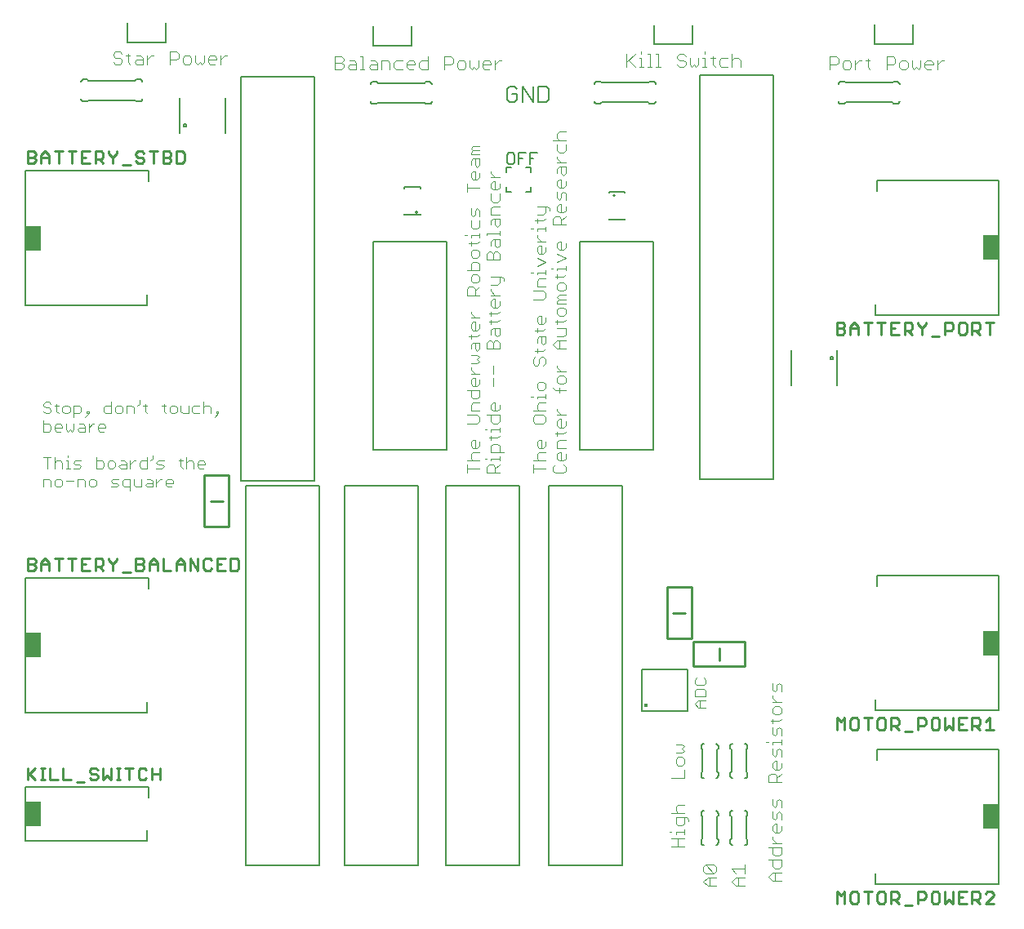
<source format=gto>
G75*
%MOIN*%
%OFA0B0*%
%FSLAX25Y25*%
%IPPOS*%
%LPD*%
%AMOC8*
5,1,8,0,0,1.08239X$1,22.5*
%
%ADD10C,0.00400*%
%ADD11C,0.00600*%
%ADD12C,0.00800*%
%ADD13C,0.01100*%
%ADD14R,0.05906X0.09843*%
%ADD15C,0.01000*%
%ADD16C,0.01682*%
%ADD17C,0.00500*%
D10*
X0010050Y0210200D02*
X0010050Y0213269D01*
X0012352Y0213269D01*
X0013119Y0212502D01*
X0013119Y0210200D01*
X0014654Y0210967D02*
X0015421Y0210200D01*
X0016956Y0210200D01*
X0017723Y0210967D01*
X0017723Y0212502D01*
X0016956Y0213269D01*
X0015421Y0213269D01*
X0014654Y0212502D01*
X0014654Y0210967D01*
X0019258Y0212502D02*
X0022327Y0212502D01*
X0023862Y0213269D02*
X0026164Y0213269D01*
X0026931Y0212502D01*
X0026931Y0210200D01*
X0028466Y0210967D02*
X0028466Y0212502D01*
X0029233Y0213269D01*
X0030768Y0213269D01*
X0031535Y0212502D01*
X0031535Y0210967D01*
X0030768Y0210200D01*
X0029233Y0210200D01*
X0028466Y0210967D01*
X0023862Y0210200D02*
X0023862Y0213269D01*
X0024629Y0217700D02*
X0022327Y0217700D01*
X0020792Y0217700D02*
X0019258Y0217700D01*
X0020025Y0217700D02*
X0020025Y0220769D01*
X0019258Y0220769D01*
X0017723Y0220002D02*
X0017723Y0217700D01*
X0017723Y0220002D02*
X0016956Y0220769D01*
X0015421Y0220769D01*
X0014654Y0220002D01*
X0014654Y0222304D02*
X0014654Y0217700D01*
X0011585Y0217700D02*
X0011585Y0222304D01*
X0013119Y0222304D02*
X0010050Y0222304D01*
X0020025Y0222304D02*
X0020025Y0223071D01*
X0022327Y0220002D02*
X0023094Y0219235D01*
X0024629Y0219235D01*
X0025396Y0218467D01*
X0024629Y0217700D01*
X0025396Y0220769D02*
X0023094Y0220769D01*
X0022327Y0220002D01*
X0031535Y0220769D02*
X0033837Y0220769D01*
X0034604Y0220002D01*
X0034604Y0218467D01*
X0033837Y0217700D01*
X0031535Y0217700D01*
X0031535Y0222304D01*
X0036139Y0220002D02*
X0036139Y0218467D01*
X0036906Y0217700D01*
X0038441Y0217700D01*
X0039208Y0218467D01*
X0039208Y0220002D01*
X0038441Y0220769D01*
X0036906Y0220769D01*
X0036139Y0220002D01*
X0040743Y0218467D02*
X0041510Y0219235D01*
X0043812Y0219235D01*
X0043812Y0220002D02*
X0043812Y0217700D01*
X0041510Y0217700D01*
X0040743Y0218467D01*
X0041510Y0220769D02*
X0043045Y0220769D01*
X0043812Y0220002D01*
X0045347Y0220769D02*
X0045347Y0217700D01*
X0045347Y0219235D02*
X0046881Y0220769D01*
X0047649Y0220769D01*
X0049183Y0220002D02*
X0049183Y0218467D01*
X0049951Y0217700D01*
X0052253Y0217700D01*
X0052253Y0222304D01*
X0052253Y0220769D02*
X0049951Y0220769D01*
X0049183Y0220002D01*
X0053787Y0220769D02*
X0054555Y0221537D01*
X0054555Y0223071D01*
X0056857Y0220769D02*
X0056089Y0220002D01*
X0056857Y0219235D01*
X0058391Y0219235D01*
X0059159Y0218467D01*
X0058391Y0217700D01*
X0056089Y0217700D01*
X0056857Y0220769D02*
X0059159Y0220769D01*
X0065297Y0220769D02*
X0066832Y0220769D01*
X0066064Y0221537D02*
X0066064Y0218467D01*
X0066832Y0217700D01*
X0068366Y0217700D02*
X0068366Y0222304D01*
X0069134Y0220769D02*
X0068366Y0220002D01*
X0069134Y0220769D02*
X0070668Y0220769D01*
X0071436Y0220002D01*
X0071436Y0217700D01*
X0072970Y0218467D02*
X0072970Y0220002D01*
X0073738Y0220769D01*
X0075272Y0220769D01*
X0076040Y0220002D01*
X0076040Y0219235D01*
X0072970Y0219235D01*
X0072970Y0218467D02*
X0073738Y0217700D01*
X0075272Y0217700D01*
X0062995Y0212502D02*
X0062995Y0211735D01*
X0059926Y0211735D01*
X0059926Y0212502D02*
X0060693Y0213269D01*
X0062228Y0213269D01*
X0062995Y0212502D01*
X0062228Y0210200D02*
X0060693Y0210200D01*
X0059926Y0210967D01*
X0059926Y0212502D01*
X0058391Y0213269D02*
X0057624Y0213269D01*
X0056089Y0211735D01*
X0056089Y0213269D02*
X0056089Y0210200D01*
X0054555Y0210200D02*
X0052253Y0210200D01*
X0051485Y0210967D01*
X0052253Y0211735D01*
X0054555Y0211735D01*
X0054555Y0212502D02*
X0054555Y0210200D01*
X0054555Y0212502D02*
X0053787Y0213269D01*
X0052253Y0213269D01*
X0049951Y0213269D02*
X0049951Y0210200D01*
X0047649Y0210200D01*
X0046881Y0210967D01*
X0046881Y0213269D01*
X0045347Y0213269D02*
X0043045Y0213269D01*
X0042277Y0212502D01*
X0042277Y0210967D01*
X0043045Y0210200D01*
X0045347Y0210200D01*
X0045347Y0208665D02*
X0045347Y0213269D01*
X0040743Y0213269D02*
X0038441Y0213269D01*
X0037674Y0212502D01*
X0038441Y0211735D01*
X0039976Y0211735D01*
X0040743Y0210967D01*
X0039976Y0210200D01*
X0037674Y0210200D01*
X0034604Y0232700D02*
X0033070Y0232700D01*
X0032302Y0233467D01*
X0032302Y0235002D01*
X0033070Y0235769D01*
X0034604Y0235769D01*
X0035372Y0235002D01*
X0035372Y0234235D01*
X0032302Y0234235D01*
X0030768Y0235769D02*
X0030000Y0235769D01*
X0028466Y0234235D01*
X0028466Y0235769D02*
X0028466Y0232700D01*
X0026931Y0232700D02*
X0024629Y0232700D01*
X0023862Y0233467D01*
X0024629Y0234235D01*
X0026931Y0234235D01*
X0026931Y0235002D02*
X0026931Y0232700D01*
X0026931Y0235002D02*
X0026164Y0235769D01*
X0024629Y0235769D01*
X0022327Y0235769D02*
X0022327Y0233467D01*
X0021560Y0232700D01*
X0020792Y0233467D01*
X0020025Y0232700D01*
X0019258Y0233467D01*
X0019258Y0235769D01*
X0017723Y0235002D02*
X0016956Y0235769D01*
X0015421Y0235769D01*
X0014654Y0235002D01*
X0014654Y0233467D01*
X0015421Y0232700D01*
X0016956Y0232700D01*
X0017723Y0234235D02*
X0014654Y0234235D01*
X0013119Y0235002D02*
X0012352Y0235769D01*
X0010050Y0235769D01*
X0010050Y0237304D02*
X0010050Y0232700D01*
X0012352Y0232700D01*
X0013119Y0233467D01*
X0013119Y0235002D01*
X0017723Y0235002D02*
X0017723Y0234235D01*
X0022327Y0238665D02*
X0022327Y0243269D01*
X0024629Y0243269D01*
X0025396Y0242502D01*
X0025396Y0240967D01*
X0024629Y0240200D01*
X0022327Y0240200D01*
X0020792Y0240967D02*
X0020792Y0242502D01*
X0020025Y0243269D01*
X0018491Y0243269D01*
X0017723Y0242502D01*
X0017723Y0240967D01*
X0018491Y0240200D01*
X0020025Y0240200D01*
X0020792Y0240967D01*
X0016189Y0240200D02*
X0015421Y0240967D01*
X0015421Y0244037D01*
X0014654Y0243269D02*
X0016189Y0243269D01*
X0013119Y0244037D02*
X0012352Y0244804D01*
X0010817Y0244804D01*
X0010050Y0244037D01*
X0010050Y0243269D01*
X0010817Y0242502D01*
X0012352Y0242502D01*
X0013119Y0241735D01*
X0013119Y0240967D01*
X0012352Y0240200D01*
X0010817Y0240200D01*
X0010050Y0240967D01*
X0026931Y0238665D02*
X0028466Y0240200D01*
X0027698Y0240200D01*
X0027698Y0240967D01*
X0028466Y0240967D01*
X0028466Y0240200D01*
X0034604Y0240967D02*
X0034604Y0242502D01*
X0035372Y0243269D01*
X0037674Y0243269D01*
X0037674Y0244804D02*
X0037674Y0240200D01*
X0035372Y0240200D01*
X0034604Y0240967D01*
X0039208Y0240967D02*
X0039975Y0240200D01*
X0041510Y0240200D01*
X0042277Y0240967D01*
X0042277Y0242502D01*
X0041510Y0243269D01*
X0039975Y0243269D01*
X0039208Y0242502D01*
X0039208Y0240967D01*
X0043812Y0240200D02*
X0043812Y0243269D01*
X0046114Y0243269D01*
X0046881Y0242502D01*
X0046881Y0240200D01*
X0048416Y0243269D02*
X0049183Y0244037D01*
X0049183Y0245571D01*
X0050718Y0243269D02*
X0052253Y0243269D01*
X0051485Y0244037D02*
X0051485Y0240967D01*
X0052253Y0240200D01*
X0058391Y0243269D02*
X0059926Y0243269D01*
X0059159Y0244037D02*
X0059159Y0240967D01*
X0059926Y0240200D01*
X0061460Y0240967D02*
X0062228Y0240200D01*
X0063762Y0240200D01*
X0064530Y0240967D01*
X0064530Y0242502D01*
X0063762Y0243269D01*
X0062228Y0243269D01*
X0061460Y0242502D01*
X0061460Y0240967D01*
X0066064Y0240967D02*
X0066832Y0240200D01*
X0069134Y0240200D01*
X0069134Y0243269D01*
X0070668Y0242502D02*
X0070668Y0240967D01*
X0071436Y0240200D01*
X0073738Y0240200D01*
X0075272Y0240200D02*
X0075272Y0244804D01*
X0076040Y0243269D02*
X0077574Y0243269D01*
X0078342Y0242502D01*
X0078342Y0240200D01*
X0079876Y0238665D02*
X0081411Y0240200D01*
X0080643Y0240200D01*
X0080643Y0240967D01*
X0081411Y0240967D01*
X0081411Y0240200D01*
X0076040Y0243269D02*
X0075272Y0242502D01*
X0073738Y0243269D02*
X0071436Y0243269D01*
X0070668Y0242502D01*
X0066064Y0243269D02*
X0066064Y0240967D01*
X0182796Y0239490D02*
X0187049Y0239490D01*
X0187900Y0238639D01*
X0187900Y0236938D01*
X0187049Y0236087D01*
X0182796Y0236087D01*
X0184497Y0241152D02*
X0184497Y0243704D01*
X0185348Y0244554D01*
X0187900Y0244554D01*
X0187049Y0246216D02*
X0185348Y0246216D01*
X0184497Y0247067D01*
X0184497Y0249619D01*
X0182796Y0249619D02*
X0187900Y0249619D01*
X0187900Y0247067D01*
X0187049Y0246216D01*
X0187049Y0251280D02*
X0185348Y0251280D01*
X0184497Y0252131D01*
X0184497Y0253832D01*
X0185348Y0254683D01*
X0186199Y0254683D01*
X0186199Y0251280D01*
X0187049Y0251280D02*
X0187900Y0252131D01*
X0187900Y0253832D01*
X0187900Y0256344D02*
X0184497Y0256344D01*
X0186199Y0256344D02*
X0184497Y0258046D01*
X0184497Y0258897D01*
X0184497Y0260565D02*
X0187049Y0260565D01*
X0187900Y0261415D01*
X0187049Y0262266D01*
X0187900Y0263117D01*
X0187049Y0263968D01*
X0184497Y0263968D01*
X0184497Y0266480D02*
X0184497Y0268181D01*
X0185348Y0269032D01*
X0187900Y0269032D01*
X0187900Y0266480D01*
X0187049Y0265629D01*
X0186199Y0266480D01*
X0186199Y0269032D01*
X0184497Y0270693D02*
X0184497Y0272395D01*
X0183646Y0271544D02*
X0187049Y0271544D01*
X0187900Y0272395D01*
X0187049Y0274070D02*
X0185348Y0274070D01*
X0184497Y0274920D01*
X0184497Y0276622D01*
X0185348Y0277473D01*
X0186199Y0277473D01*
X0186199Y0274070D01*
X0187049Y0274070D02*
X0187900Y0274920D01*
X0187900Y0276622D01*
X0187900Y0279134D02*
X0184497Y0279134D01*
X0184497Y0280835D02*
X0184497Y0281686D01*
X0184497Y0280835D02*
X0186199Y0279134D01*
X0191896Y0277453D02*
X0195299Y0277453D01*
X0196150Y0278303D01*
X0195299Y0280829D02*
X0191896Y0280829D01*
X0192747Y0281679D02*
X0192747Y0279978D01*
X0192747Y0278303D02*
X0192747Y0276602D01*
X0193598Y0274940D02*
X0192747Y0274090D01*
X0192747Y0272388D01*
X0194449Y0272388D02*
X0195299Y0271537D01*
X0196150Y0272388D01*
X0196150Y0274940D01*
X0193598Y0274940D01*
X0194449Y0274940D02*
X0194449Y0272388D01*
X0194449Y0269876D02*
X0195299Y0269876D01*
X0196150Y0269025D01*
X0196150Y0266473D01*
X0191046Y0266473D01*
X0191046Y0269025D01*
X0191896Y0269876D01*
X0192747Y0269876D01*
X0193598Y0269025D01*
X0193598Y0266473D01*
X0193598Y0269025D02*
X0194449Y0269876D01*
X0193598Y0259747D02*
X0193598Y0256345D01*
X0193598Y0254683D02*
X0193598Y0251280D01*
X0193598Y0244554D02*
X0194449Y0244554D01*
X0194449Y0241152D01*
X0195299Y0241152D02*
X0193598Y0241152D01*
X0192747Y0242002D01*
X0192747Y0243704D01*
X0193598Y0244554D01*
X0196150Y0243704D02*
X0196150Y0242002D01*
X0195299Y0241152D01*
X0196150Y0239490D02*
X0191046Y0239490D01*
X0192747Y0239490D02*
X0192747Y0236938D01*
X0193598Y0236087D01*
X0195299Y0236087D01*
X0196150Y0236938D01*
X0196150Y0239490D01*
X0196150Y0234412D02*
X0196150Y0232711D01*
X0196150Y0233562D02*
X0192747Y0233562D01*
X0192747Y0232711D01*
X0192747Y0231036D02*
X0192747Y0229335D01*
X0191896Y0230186D02*
X0195299Y0230186D01*
X0196150Y0231036D01*
X0195299Y0227673D02*
X0196150Y0226823D01*
X0196150Y0224270D01*
X0196150Y0222596D02*
X0196150Y0220894D01*
X0196150Y0221745D02*
X0192747Y0221745D01*
X0192747Y0220894D01*
X0191896Y0219233D02*
X0193598Y0219233D01*
X0194449Y0218382D01*
X0194449Y0215830D01*
X0196150Y0215830D02*
X0191046Y0215830D01*
X0191046Y0218382D01*
X0191896Y0219233D01*
X0191046Y0221745D02*
X0190195Y0221745D01*
X0187900Y0220894D02*
X0182796Y0220894D01*
X0182796Y0219233D02*
X0182796Y0215830D01*
X0182796Y0217531D02*
X0187900Y0217531D01*
X0185348Y0220894D02*
X0184497Y0221745D01*
X0184497Y0223446D01*
X0185348Y0224297D01*
X0187900Y0224297D01*
X0187049Y0225959D02*
X0185348Y0225959D01*
X0184497Y0226809D01*
X0184497Y0228511D01*
X0185348Y0229361D01*
X0186199Y0229361D01*
X0186199Y0225959D01*
X0187049Y0225959D02*
X0187900Y0226809D01*
X0187900Y0228511D01*
X0192747Y0226823D02*
X0193598Y0227673D01*
X0195299Y0227673D01*
X0192747Y0226823D02*
X0192747Y0224270D01*
X0197851Y0224270D01*
X0196150Y0219233D02*
X0194449Y0217531D01*
X0209796Y0217531D02*
X0214900Y0217531D01*
X0218046Y0216681D02*
X0218896Y0215830D01*
X0222299Y0215830D01*
X0223150Y0216681D01*
X0223150Y0218382D01*
X0222299Y0219233D01*
X0222299Y0220894D02*
X0220598Y0220894D01*
X0219747Y0221745D01*
X0219747Y0223446D01*
X0220598Y0224297D01*
X0221449Y0224297D01*
X0221449Y0220894D01*
X0222299Y0220894D02*
X0223150Y0221745D01*
X0223150Y0223446D01*
X0223150Y0225959D02*
X0219747Y0225959D01*
X0219747Y0228511D01*
X0220598Y0229361D01*
X0223150Y0229361D01*
X0222299Y0231874D02*
X0218896Y0231874D01*
X0219747Y0232724D02*
X0219747Y0231023D01*
X0222299Y0231874D02*
X0223150Y0232724D01*
X0222299Y0234399D02*
X0220598Y0234399D01*
X0219747Y0235250D01*
X0219747Y0236951D01*
X0220598Y0237802D01*
X0221449Y0237802D01*
X0221449Y0234399D01*
X0222299Y0234399D02*
X0223150Y0235250D01*
X0223150Y0236951D01*
X0223150Y0239463D02*
X0219747Y0239463D01*
X0221449Y0239463D02*
X0219747Y0241165D01*
X0219747Y0242016D01*
X0214900Y0241152D02*
X0209796Y0241152D01*
X0210646Y0239490D02*
X0209796Y0238639D01*
X0209796Y0236938D01*
X0210646Y0236087D01*
X0214049Y0236087D01*
X0214900Y0236938D01*
X0214900Y0238639D01*
X0214049Y0239490D01*
X0210646Y0239490D01*
X0212348Y0241152D02*
X0211497Y0242002D01*
X0211497Y0243704D01*
X0212348Y0244554D01*
X0214900Y0244554D01*
X0214900Y0246216D02*
X0214900Y0247917D01*
X0214900Y0247067D02*
X0211497Y0247067D01*
X0211497Y0246216D01*
X0209796Y0247067D02*
X0208945Y0247067D01*
X0211497Y0250443D02*
X0212348Y0249592D01*
X0214049Y0249592D01*
X0214900Y0250443D01*
X0214900Y0252144D01*
X0214049Y0252995D01*
X0212348Y0252995D01*
X0211497Y0252144D01*
X0211497Y0250443D01*
X0218046Y0250449D02*
X0218896Y0249599D01*
X0223150Y0249599D01*
X0222299Y0252124D02*
X0220598Y0252124D01*
X0219747Y0252975D01*
X0219747Y0254676D01*
X0220598Y0255527D01*
X0222299Y0255527D01*
X0223150Y0254676D01*
X0223150Y0252975D01*
X0222299Y0252124D01*
X0220598Y0250449D02*
X0220598Y0248748D01*
X0221449Y0257189D02*
X0219747Y0258890D01*
X0219747Y0259741D01*
X0219747Y0257189D02*
X0223150Y0257189D01*
X0214900Y0260571D02*
X0214049Y0259721D01*
X0214900Y0260571D02*
X0214900Y0262273D01*
X0214049Y0263124D01*
X0213199Y0263124D01*
X0212348Y0262273D01*
X0212348Y0260571D01*
X0211497Y0259721D01*
X0210646Y0259721D01*
X0209796Y0260571D01*
X0209796Y0262273D01*
X0210646Y0263124D01*
X0211497Y0264785D02*
X0211497Y0266486D01*
X0210646Y0265636D02*
X0214049Y0265636D01*
X0214900Y0266486D01*
X0214049Y0268161D02*
X0213199Y0269012D01*
X0213199Y0271564D01*
X0212348Y0271564D02*
X0214900Y0271564D01*
X0214900Y0269012D01*
X0214049Y0268161D01*
X0211497Y0269012D02*
X0211497Y0270713D01*
X0212348Y0271564D01*
X0211497Y0273226D02*
X0211497Y0274927D01*
X0210646Y0274076D02*
X0214049Y0274076D01*
X0214900Y0274927D01*
X0214049Y0276602D02*
X0212348Y0276602D01*
X0211497Y0277453D01*
X0211497Y0279154D01*
X0212348Y0280005D01*
X0213199Y0280005D01*
X0213199Y0276602D01*
X0214049Y0276602D02*
X0214900Y0277453D01*
X0214900Y0279154D01*
X0218896Y0277452D02*
X0222299Y0277452D01*
X0223150Y0278303D01*
X0222299Y0279978D02*
X0223150Y0280829D01*
X0223150Y0282530D01*
X0222299Y0283381D01*
X0220598Y0283381D01*
X0219747Y0282530D01*
X0219747Y0280829D01*
X0220598Y0279978D01*
X0222299Y0279978D01*
X0219747Y0278303D02*
X0219747Y0276602D01*
X0219747Y0274940D02*
X0223150Y0274940D01*
X0223150Y0272388D01*
X0222299Y0271537D01*
X0219747Y0271537D01*
X0219747Y0269876D02*
X0223150Y0269876D01*
X0220598Y0269876D02*
X0220598Y0266473D01*
X0219747Y0266473D02*
X0218046Y0268175D01*
X0219747Y0269876D01*
X0219747Y0266473D02*
X0223150Y0266473D01*
X0223150Y0285042D02*
X0219747Y0285042D01*
X0219747Y0285893D01*
X0220598Y0286744D01*
X0219747Y0287594D01*
X0220598Y0288445D01*
X0223150Y0288445D01*
X0223150Y0286744D02*
X0220598Y0286744D01*
X0220598Y0290107D02*
X0222299Y0290107D01*
X0223150Y0290957D01*
X0223150Y0292659D01*
X0222299Y0293510D01*
X0220598Y0293510D01*
X0219747Y0292659D01*
X0219747Y0290957D01*
X0220598Y0290107D01*
X0219747Y0295171D02*
X0219747Y0296872D01*
X0218896Y0296022D02*
X0222299Y0296022D01*
X0223150Y0296872D01*
X0223150Y0298547D02*
X0223150Y0300249D01*
X0223150Y0299398D02*
X0219747Y0299398D01*
X0219747Y0298547D01*
X0218046Y0299398D02*
X0217195Y0299398D01*
X0214900Y0298561D02*
X0214900Y0296859D01*
X0214900Y0297710D02*
X0211497Y0297710D01*
X0211497Y0296859D01*
X0212348Y0295198D02*
X0214900Y0295198D01*
X0212348Y0295198D02*
X0211497Y0294347D01*
X0211497Y0291795D01*
X0214900Y0291795D01*
X0214049Y0290133D02*
X0209796Y0290133D01*
X0209796Y0286730D02*
X0214049Y0286730D01*
X0214900Y0287581D01*
X0214900Y0289283D01*
X0214049Y0290133D01*
X0209796Y0297710D02*
X0208945Y0297710D01*
X0211497Y0300235D02*
X0214900Y0301937D01*
X0211497Y0303638D01*
X0212348Y0305300D02*
X0211497Y0306150D01*
X0211497Y0307852D01*
X0212348Y0308703D01*
X0213199Y0308703D01*
X0213199Y0305300D01*
X0214049Y0305300D02*
X0212348Y0305300D01*
X0214049Y0305300D02*
X0214900Y0306150D01*
X0214900Y0307852D01*
X0214900Y0310364D02*
X0211497Y0310364D01*
X0211497Y0312065D02*
X0211497Y0312916D01*
X0211497Y0312065D02*
X0213199Y0310364D01*
X0214900Y0314584D02*
X0214900Y0316286D01*
X0214900Y0315435D02*
X0211497Y0315435D01*
X0211497Y0314584D01*
X0209796Y0315435D02*
X0208945Y0315435D01*
X0211497Y0317960D02*
X0211497Y0319662D01*
X0210646Y0318811D02*
X0214049Y0318811D01*
X0214900Y0319662D01*
X0214049Y0321337D02*
X0211497Y0321337D01*
X0214049Y0321337D02*
X0214900Y0322187D01*
X0214900Y0324740D01*
X0215751Y0324740D02*
X0216601Y0323889D01*
X0216601Y0323038D01*
X0215751Y0324740D02*
X0211497Y0324740D01*
X0219747Y0324733D02*
X0220598Y0325584D01*
X0221449Y0325584D01*
X0221449Y0322181D01*
X0222299Y0322181D02*
X0220598Y0322181D01*
X0219747Y0323031D01*
X0219747Y0324733D01*
X0220598Y0327245D02*
X0219747Y0328096D01*
X0219747Y0330648D01*
X0220598Y0332309D02*
X0219747Y0333160D01*
X0219747Y0334861D01*
X0220598Y0335712D01*
X0221449Y0335712D01*
X0221449Y0332309D01*
X0222299Y0332309D02*
X0220598Y0332309D01*
X0222299Y0332309D02*
X0223150Y0333160D01*
X0223150Y0334861D01*
X0222299Y0337374D02*
X0221449Y0338224D01*
X0221449Y0340777D01*
X0220598Y0340777D02*
X0223150Y0340777D01*
X0223150Y0338224D01*
X0222299Y0337374D01*
X0219747Y0338224D02*
X0219747Y0339926D01*
X0220598Y0340777D01*
X0221449Y0342438D02*
X0219747Y0344139D01*
X0219747Y0344990D01*
X0220598Y0346658D02*
X0222299Y0346658D01*
X0223150Y0347509D01*
X0223150Y0350061D01*
X0223150Y0351723D02*
X0218046Y0351723D01*
X0219747Y0352573D02*
X0219747Y0354275D01*
X0220598Y0355125D01*
X0223150Y0355125D01*
X0220598Y0351723D02*
X0219747Y0352573D01*
X0219747Y0350061D02*
X0219747Y0347509D01*
X0220598Y0346658D01*
X0219747Y0342438D02*
X0223150Y0342438D01*
X0222299Y0330648D02*
X0221449Y0329797D01*
X0221449Y0328096D01*
X0220598Y0327245D01*
X0223150Y0327245D02*
X0223150Y0329797D01*
X0222299Y0330648D01*
X0223150Y0324733D02*
X0223150Y0323031D01*
X0222299Y0322181D01*
X0223150Y0320519D02*
X0221449Y0318818D01*
X0221449Y0319669D02*
X0221449Y0317116D01*
X0223150Y0317116D02*
X0218046Y0317116D01*
X0218046Y0319669D01*
X0218896Y0320519D01*
X0220598Y0320519D01*
X0221449Y0319669D01*
X0221449Y0310391D02*
X0221449Y0306988D01*
X0222299Y0306988D02*
X0220598Y0306988D01*
X0219747Y0307838D01*
X0219747Y0309540D01*
X0220598Y0310391D01*
X0221449Y0310391D01*
X0223150Y0309540D02*
X0223150Y0307838D01*
X0222299Y0306988D01*
X0219747Y0305326D02*
X0223150Y0303625D01*
X0219747Y0301923D01*
X0197851Y0295191D02*
X0197851Y0294340D01*
X0197851Y0295191D02*
X0197001Y0296042D01*
X0192747Y0296042D01*
X0196150Y0296042D02*
X0196150Y0293490D01*
X0195299Y0292639D01*
X0192747Y0292639D01*
X0192747Y0290971D02*
X0192747Y0290120D01*
X0194449Y0288419D01*
X0194449Y0286757D02*
X0194449Y0283354D01*
X0195299Y0283354D02*
X0193598Y0283354D01*
X0192747Y0284205D01*
X0192747Y0285906D01*
X0193598Y0286757D01*
X0194449Y0286757D01*
X0196150Y0285906D02*
X0196150Y0284205D01*
X0195299Y0283354D01*
X0196150Y0281679D02*
X0195299Y0280829D01*
X0196150Y0288419D02*
X0192747Y0288419D01*
X0187900Y0288419D02*
X0182796Y0288419D01*
X0182796Y0290971D01*
X0183646Y0291821D01*
X0185348Y0291821D01*
X0186199Y0290971D01*
X0186199Y0288419D01*
X0186199Y0290120D02*
X0187900Y0291821D01*
X0187049Y0293483D02*
X0187900Y0294334D01*
X0187900Y0296035D01*
X0187049Y0296886D01*
X0185348Y0296886D01*
X0184497Y0296035D01*
X0184497Y0294334D01*
X0185348Y0293483D01*
X0187049Y0293483D01*
X0187900Y0298547D02*
X0182796Y0298547D01*
X0184497Y0298547D02*
X0184497Y0301099D01*
X0185348Y0301950D01*
X0187049Y0301950D01*
X0187900Y0301099D01*
X0187900Y0298547D01*
X0187049Y0303611D02*
X0187900Y0304462D01*
X0187900Y0306164D01*
X0187049Y0307014D01*
X0185348Y0307014D01*
X0184497Y0306164D01*
X0184497Y0304462D01*
X0185348Y0303611D01*
X0187049Y0303611D01*
X0191046Y0302767D02*
X0191046Y0305320D01*
X0191896Y0306170D01*
X0192747Y0306170D01*
X0193598Y0305320D01*
X0193598Y0302767D01*
X0196150Y0302767D02*
X0196150Y0305320D01*
X0195299Y0306170D01*
X0194449Y0306170D01*
X0193598Y0305320D01*
X0195299Y0307832D02*
X0194449Y0308682D01*
X0194449Y0311235D01*
X0193598Y0311235D02*
X0196150Y0311235D01*
X0196150Y0308682D01*
X0195299Y0307832D01*
X0192747Y0308682D02*
X0192747Y0310384D01*
X0193598Y0311235D01*
X0196150Y0312896D02*
X0196150Y0314598D01*
X0196150Y0313747D02*
X0191046Y0313747D01*
X0191046Y0312896D01*
X0187900Y0312903D02*
X0184497Y0312903D01*
X0184497Y0312052D01*
X0184497Y0310377D02*
X0184497Y0308676D01*
X0183646Y0309527D02*
X0187049Y0309527D01*
X0187900Y0310377D01*
X0187900Y0312052D02*
X0187900Y0313753D01*
X0187049Y0315428D02*
X0187900Y0316279D01*
X0187900Y0318831D01*
X0187900Y0320493D02*
X0187900Y0323045D01*
X0187049Y0323895D01*
X0186199Y0323045D01*
X0186199Y0321343D01*
X0185348Y0320493D01*
X0184497Y0321343D01*
X0184497Y0323895D01*
X0184497Y0318831D02*
X0184497Y0316279D01*
X0185348Y0315428D01*
X0187049Y0315428D01*
X0182796Y0312903D02*
X0181945Y0312903D01*
X0192747Y0317123D02*
X0192747Y0318824D01*
X0193598Y0319675D01*
X0196150Y0319675D01*
X0196150Y0317123D01*
X0195299Y0316272D01*
X0194449Y0317123D01*
X0194449Y0319675D01*
X0196150Y0321337D02*
X0192747Y0321337D01*
X0192747Y0323889D01*
X0193598Y0324740D01*
X0196150Y0324740D01*
X0195299Y0326401D02*
X0196150Y0327252D01*
X0196150Y0329804D01*
X0195299Y0331465D02*
X0193598Y0331465D01*
X0192747Y0332316D01*
X0192747Y0334017D01*
X0193598Y0334868D01*
X0194449Y0334868D01*
X0194449Y0331465D01*
X0195299Y0331465D02*
X0196150Y0332316D01*
X0196150Y0334017D01*
X0196150Y0336530D02*
X0192747Y0336530D01*
X0192747Y0338231D02*
X0192747Y0339082D01*
X0192747Y0338231D02*
X0194449Y0336530D01*
X0192747Y0329804D02*
X0192747Y0327252D01*
X0193598Y0326401D01*
X0195299Y0326401D01*
X0187900Y0332323D02*
X0182796Y0332323D01*
X0182796Y0334024D02*
X0182796Y0330621D01*
X0185348Y0335686D02*
X0184497Y0336536D01*
X0184497Y0338238D01*
X0185348Y0339088D01*
X0186199Y0339088D01*
X0186199Y0335686D01*
X0187049Y0335686D02*
X0185348Y0335686D01*
X0187049Y0335686D02*
X0187900Y0336536D01*
X0187900Y0338238D01*
X0187049Y0340750D02*
X0186199Y0341601D01*
X0186199Y0344153D01*
X0185348Y0344153D02*
X0187900Y0344153D01*
X0187900Y0341601D01*
X0187049Y0340750D01*
X0184497Y0341601D02*
X0184497Y0343302D01*
X0185348Y0344153D01*
X0184497Y0345814D02*
X0184497Y0346665D01*
X0185348Y0347516D01*
X0184497Y0348366D01*
X0185348Y0349217D01*
X0187900Y0349217D01*
X0187900Y0347516D02*
X0185348Y0347516D01*
X0184497Y0345814D02*
X0187900Y0345814D01*
X0186654Y0380700D02*
X0187521Y0381567D01*
X0187521Y0384170D01*
X0189208Y0383302D02*
X0190075Y0384170D01*
X0191810Y0384170D01*
X0192678Y0383302D01*
X0192678Y0382435D01*
X0189208Y0382435D01*
X0189208Y0383302D02*
X0189208Y0381567D01*
X0190075Y0380700D01*
X0191810Y0380700D01*
X0194364Y0380700D02*
X0194364Y0384170D01*
X0196099Y0384170D02*
X0196967Y0384170D01*
X0196099Y0384170D02*
X0194364Y0382435D01*
X0186654Y0380700D02*
X0185786Y0381567D01*
X0184919Y0380700D01*
X0184052Y0381567D01*
X0184052Y0384170D01*
X0182365Y0383302D02*
X0181497Y0384170D01*
X0179763Y0384170D01*
X0178895Y0383302D01*
X0178895Y0381567D01*
X0179763Y0380700D01*
X0181497Y0380700D01*
X0182365Y0381567D01*
X0182365Y0383302D01*
X0177208Y0383302D02*
X0176341Y0382435D01*
X0173739Y0382435D01*
X0173739Y0380700D02*
X0173739Y0385904D01*
X0176341Y0385904D01*
X0177208Y0385037D01*
X0177208Y0383302D01*
X0166896Y0384170D02*
X0164293Y0384170D01*
X0163426Y0383302D01*
X0163426Y0381567D01*
X0164293Y0380700D01*
X0166896Y0380700D01*
X0166896Y0385904D01*
X0161739Y0383302D02*
X0161739Y0382435D01*
X0158270Y0382435D01*
X0158270Y0383302D02*
X0159137Y0384170D01*
X0160872Y0384170D01*
X0161739Y0383302D01*
X0160872Y0380700D02*
X0159137Y0380700D01*
X0158270Y0381567D01*
X0158270Y0383302D01*
X0156583Y0384170D02*
X0153981Y0384170D01*
X0153113Y0383302D01*
X0153113Y0381567D01*
X0153981Y0380700D01*
X0156583Y0380700D01*
X0151426Y0380700D02*
X0151426Y0383302D01*
X0150559Y0384170D01*
X0147957Y0384170D01*
X0147957Y0380700D01*
X0146270Y0380700D02*
X0143668Y0380700D01*
X0142800Y0381567D01*
X0143668Y0382435D01*
X0146270Y0382435D01*
X0146270Y0383302D02*
X0146270Y0380700D01*
X0146270Y0383302D02*
X0145403Y0384170D01*
X0143668Y0384170D01*
X0140230Y0385904D02*
X0140230Y0380700D01*
X0139363Y0380700D02*
X0141098Y0380700D01*
X0137676Y0380700D02*
X0137676Y0383302D01*
X0136809Y0384170D01*
X0135074Y0384170D01*
X0135074Y0382435D02*
X0137676Y0382435D01*
X0137676Y0380700D02*
X0135074Y0380700D01*
X0134206Y0381567D01*
X0135074Y0382435D01*
X0132520Y0382435D02*
X0132520Y0381567D01*
X0131652Y0380700D01*
X0129050Y0380700D01*
X0129050Y0385904D01*
X0131652Y0385904D01*
X0132520Y0385037D01*
X0132520Y0384170D01*
X0131652Y0383302D01*
X0129050Y0383302D01*
X0131652Y0383302D02*
X0132520Y0382435D01*
X0139363Y0385904D02*
X0140230Y0385904D01*
X0084982Y0386170D02*
X0084114Y0386170D01*
X0082379Y0384435D01*
X0080693Y0384435D02*
X0077223Y0384435D01*
X0077223Y0385302D02*
X0078090Y0386170D01*
X0079825Y0386170D01*
X0080693Y0385302D01*
X0080693Y0384435D01*
X0079825Y0382700D02*
X0078090Y0382700D01*
X0077223Y0383567D01*
X0077223Y0385302D01*
X0075536Y0386170D02*
X0075536Y0383567D01*
X0074669Y0382700D01*
X0073801Y0383567D01*
X0072934Y0382700D01*
X0072067Y0383567D01*
X0072067Y0386170D01*
X0070380Y0385302D02*
X0069512Y0386170D01*
X0067778Y0386170D01*
X0066910Y0385302D01*
X0066910Y0383567D01*
X0067778Y0382700D01*
X0069512Y0382700D01*
X0070380Y0383567D01*
X0070380Y0385302D01*
X0065223Y0385302D02*
X0065223Y0387037D01*
X0064356Y0387904D01*
X0061754Y0387904D01*
X0061754Y0382700D01*
X0061754Y0384435D02*
X0064356Y0384435D01*
X0065223Y0385302D01*
X0054903Y0386170D02*
X0054035Y0386170D01*
X0052300Y0384435D01*
X0050614Y0384435D02*
X0048011Y0384435D01*
X0047144Y0383567D01*
X0048011Y0382700D01*
X0050614Y0382700D01*
X0050614Y0385302D01*
X0049746Y0386170D01*
X0048011Y0386170D01*
X0045441Y0386170D02*
X0043706Y0386170D01*
X0044574Y0387037D02*
X0044574Y0383567D01*
X0045441Y0382700D01*
X0042020Y0383567D02*
X0041152Y0382700D01*
X0039417Y0382700D01*
X0038550Y0383567D01*
X0039417Y0385302D02*
X0041152Y0385302D01*
X0042020Y0384435D01*
X0042020Y0383567D01*
X0039417Y0385302D02*
X0038550Y0386170D01*
X0038550Y0387037D01*
X0039417Y0387904D01*
X0041152Y0387904D01*
X0042020Y0387037D01*
X0052300Y0386170D02*
X0052300Y0382700D01*
X0082379Y0382700D02*
X0082379Y0386170D01*
X0191046Y0302767D02*
X0196150Y0302767D01*
X0187900Y0241152D02*
X0184497Y0241152D01*
X0190195Y0233562D02*
X0191046Y0233562D01*
X0211497Y0228511D02*
X0211497Y0226809D01*
X0212348Y0225959D01*
X0214049Y0225959D01*
X0214900Y0226809D01*
X0214900Y0228511D01*
X0213199Y0229361D02*
X0213199Y0225959D01*
X0212348Y0224297D02*
X0214900Y0224297D01*
X0212348Y0224297D02*
X0211497Y0223446D01*
X0211497Y0221745D01*
X0212348Y0220894D01*
X0209796Y0220894D02*
X0214900Y0220894D01*
X0218046Y0218382D02*
X0218046Y0216681D01*
X0218046Y0218382D02*
X0218896Y0219233D01*
X0209796Y0219233D02*
X0209796Y0215830D01*
X0211497Y0228511D02*
X0212348Y0229361D01*
X0213199Y0229361D01*
X0276567Y0132172D02*
X0275800Y0131405D01*
X0275800Y0129870D01*
X0276567Y0129103D01*
X0279637Y0129103D01*
X0280404Y0129870D01*
X0280404Y0131405D01*
X0279637Y0132172D01*
X0279637Y0127568D02*
X0276567Y0127568D01*
X0275800Y0126801D01*
X0275800Y0124499D01*
X0280404Y0124499D01*
X0280404Y0126801D01*
X0279637Y0127568D01*
X0280404Y0122964D02*
X0277335Y0122964D01*
X0275800Y0121430D01*
X0277335Y0119895D01*
X0280404Y0119895D01*
X0278102Y0119895D02*
X0278102Y0122964D01*
X0270783Y0104982D02*
X0268180Y0104982D01*
X0270783Y0104982D02*
X0271650Y0104115D01*
X0270783Y0103248D01*
X0271650Y0102380D01*
X0270783Y0101513D01*
X0268180Y0101513D01*
X0269048Y0099826D02*
X0268180Y0098959D01*
X0268180Y0097224D01*
X0269048Y0096356D01*
X0270783Y0096356D01*
X0271650Y0097224D01*
X0271650Y0098959D01*
X0270783Y0099826D01*
X0269048Y0099826D01*
X0271650Y0094670D02*
X0271650Y0091200D01*
X0266446Y0091200D01*
X0269048Y0080420D02*
X0271650Y0080420D01*
X0269048Y0080420D02*
X0268180Y0079553D01*
X0268180Y0077818D01*
X0269048Y0076950D01*
X0268180Y0075264D02*
X0268180Y0072661D01*
X0269048Y0071794D01*
X0270783Y0071794D01*
X0271650Y0072661D01*
X0271650Y0075264D01*
X0272517Y0075264D02*
X0268180Y0075264D01*
X0266446Y0076950D02*
X0271650Y0076950D01*
X0272517Y0075264D02*
X0273385Y0074396D01*
X0273385Y0073529D01*
X0271650Y0070091D02*
X0271650Y0068356D01*
X0271650Y0069224D02*
X0268180Y0069224D01*
X0268180Y0068356D01*
X0269048Y0066670D02*
X0269048Y0063200D01*
X0271650Y0063200D02*
X0266446Y0063200D01*
X0266446Y0066670D02*
X0271650Y0066670D01*
X0266446Y0069224D02*
X0265578Y0069224D01*
X0279446Y0054959D02*
X0280313Y0055826D01*
X0283783Y0052356D01*
X0284650Y0053224D01*
X0284650Y0054959D01*
X0283783Y0055826D01*
X0280313Y0055826D01*
X0279446Y0054959D02*
X0279446Y0053224D01*
X0280313Y0052356D01*
X0283783Y0052356D01*
X0284650Y0050670D02*
X0281180Y0050670D01*
X0279446Y0048935D01*
X0281180Y0047200D01*
X0284650Y0047200D01*
X0282048Y0047200D02*
X0282048Y0050670D01*
X0290946Y0048935D02*
X0292680Y0047200D01*
X0296150Y0047200D01*
X0293548Y0047200D02*
X0293548Y0050670D01*
X0292680Y0050670D02*
X0296150Y0050670D01*
X0296150Y0052356D02*
X0296150Y0055826D01*
X0296150Y0054091D02*
X0290946Y0054091D01*
X0292680Y0052356D01*
X0292680Y0050670D02*
X0290946Y0048935D01*
X0305946Y0050935D02*
X0307680Y0052670D01*
X0311150Y0052670D01*
X0310283Y0054356D02*
X0308548Y0054356D01*
X0307680Y0055224D01*
X0307680Y0057826D01*
X0305946Y0057826D02*
X0311150Y0057826D01*
X0311150Y0055224D01*
X0310283Y0054356D01*
X0308548Y0052670D02*
X0308548Y0049200D01*
X0307680Y0049200D02*
X0305946Y0050935D01*
X0307680Y0049200D02*
X0311150Y0049200D01*
X0310283Y0059513D02*
X0308548Y0059513D01*
X0307680Y0060380D01*
X0307680Y0062982D01*
X0307680Y0064669D02*
X0311150Y0064669D01*
X0311150Y0062982D02*
X0311150Y0060380D01*
X0310283Y0059513D01*
X0311150Y0062982D02*
X0305946Y0062982D01*
X0307680Y0066404D02*
X0307680Y0067271D01*
X0307680Y0066404D02*
X0309415Y0064669D01*
X0309415Y0068966D02*
X0309415Y0072436D01*
X0308548Y0072436D01*
X0307680Y0071568D01*
X0307680Y0069834D01*
X0308548Y0068966D01*
X0310283Y0068966D01*
X0311150Y0069834D01*
X0311150Y0071568D01*
X0311150Y0074123D02*
X0311150Y0076725D01*
X0310283Y0077592D01*
X0309415Y0076725D01*
X0309415Y0074990D01*
X0308548Y0074123D01*
X0307680Y0074990D01*
X0307680Y0077592D01*
X0308548Y0079279D02*
X0307680Y0080146D01*
X0307680Y0082749D01*
X0309415Y0081881D02*
X0309415Y0080146D01*
X0308548Y0079279D01*
X0311150Y0079279D02*
X0311150Y0081881D01*
X0310283Y0082749D01*
X0309415Y0081881D01*
X0309415Y0089592D02*
X0309415Y0092194D01*
X0308548Y0093061D01*
X0306813Y0093061D01*
X0305946Y0092194D01*
X0305946Y0089592D01*
X0311150Y0089592D01*
X0309415Y0091327D02*
X0311150Y0093061D01*
X0310283Y0094748D02*
X0308548Y0094748D01*
X0307680Y0095616D01*
X0307680Y0097350D01*
X0308548Y0098218D01*
X0309415Y0098218D01*
X0309415Y0094748D01*
X0310283Y0094748D02*
X0311150Y0095616D01*
X0311150Y0097350D01*
X0311150Y0099905D02*
X0311150Y0102507D01*
X0310283Y0103374D01*
X0309415Y0102507D01*
X0309415Y0100772D01*
X0308548Y0099905D01*
X0307680Y0100772D01*
X0307680Y0103374D01*
X0307680Y0105061D02*
X0307680Y0105928D01*
X0311150Y0105928D01*
X0311150Y0105061D02*
X0311150Y0106796D01*
X0311150Y0108499D02*
X0311150Y0111101D01*
X0310283Y0111968D01*
X0309415Y0111101D01*
X0309415Y0109366D01*
X0308548Y0108499D01*
X0307680Y0109366D01*
X0307680Y0111968D01*
X0307680Y0113655D02*
X0307680Y0115390D01*
X0306813Y0114522D02*
X0310283Y0114522D01*
X0311150Y0115390D01*
X0310283Y0117093D02*
X0311150Y0117960D01*
X0311150Y0119695D01*
X0310283Y0120562D01*
X0308548Y0120562D01*
X0307680Y0119695D01*
X0307680Y0117960D01*
X0308548Y0117093D01*
X0310283Y0117093D01*
X0311150Y0122249D02*
X0307680Y0122249D01*
X0307680Y0123984D02*
X0307680Y0124851D01*
X0307680Y0123984D02*
X0309415Y0122249D01*
X0308548Y0126546D02*
X0307680Y0127413D01*
X0307680Y0130016D01*
X0309415Y0129148D02*
X0309415Y0127413D01*
X0308548Y0126546D01*
X0311150Y0126546D02*
X0311150Y0129148D01*
X0310283Y0130016D01*
X0309415Y0129148D01*
X0305946Y0105928D02*
X0305078Y0105928D01*
X0294490Y0381700D02*
X0294490Y0384302D01*
X0293622Y0385170D01*
X0291887Y0385170D01*
X0291020Y0384302D01*
X0289333Y0385170D02*
X0286731Y0385170D01*
X0285864Y0384302D01*
X0285864Y0382567D01*
X0286731Y0381700D01*
X0289333Y0381700D01*
X0291020Y0381700D02*
X0291020Y0386904D01*
X0284161Y0385170D02*
X0282426Y0385170D01*
X0283293Y0386037D02*
X0283293Y0382567D01*
X0284161Y0381700D01*
X0280723Y0381700D02*
X0278988Y0381700D01*
X0279856Y0381700D02*
X0279856Y0385170D01*
X0278988Y0385170D01*
X0277302Y0385170D02*
X0277302Y0382567D01*
X0276434Y0381700D01*
X0275567Y0382567D01*
X0274699Y0381700D01*
X0273832Y0382567D01*
X0273832Y0385170D01*
X0272145Y0386037D02*
X0271278Y0386904D01*
X0269543Y0386904D01*
X0268676Y0386037D01*
X0268676Y0385170D01*
X0269543Y0384302D01*
X0271278Y0384302D01*
X0272145Y0383435D01*
X0272145Y0382567D01*
X0271278Y0381700D01*
X0269543Y0381700D01*
X0268676Y0382567D01*
X0261816Y0381700D02*
X0260082Y0381700D01*
X0260949Y0381700D02*
X0260949Y0386904D01*
X0260082Y0386904D01*
X0257511Y0386904D02*
X0257511Y0381700D01*
X0256644Y0381700D02*
X0258379Y0381700D01*
X0254941Y0381700D02*
X0253206Y0381700D01*
X0254074Y0381700D02*
X0254074Y0385170D01*
X0253206Y0385170D01*
X0254074Y0386904D02*
X0254074Y0387772D01*
X0251520Y0386904D02*
X0248050Y0383435D01*
X0248917Y0384302D02*
X0251520Y0381700D01*
X0248050Y0381700D02*
X0248050Y0386904D01*
X0256644Y0386904D02*
X0257511Y0386904D01*
X0279856Y0386904D02*
X0279856Y0387772D01*
X0331050Y0385904D02*
X0331050Y0380700D01*
X0331050Y0382435D02*
X0333652Y0382435D01*
X0334520Y0383302D01*
X0334520Y0385037D01*
X0333652Y0385904D01*
X0331050Y0385904D01*
X0336206Y0383302D02*
X0336206Y0381567D01*
X0337074Y0380700D01*
X0338809Y0380700D01*
X0339676Y0381567D01*
X0339676Y0383302D01*
X0338809Y0384170D01*
X0337074Y0384170D01*
X0336206Y0383302D01*
X0341363Y0382435D02*
X0343098Y0384170D01*
X0343965Y0384170D01*
X0345660Y0384170D02*
X0347395Y0384170D01*
X0346527Y0385037D02*
X0346527Y0381567D01*
X0347395Y0380700D01*
X0354254Y0380700D02*
X0354254Y0385904D01*
X0356856Y0385904D01*
X0357723Y0385037D01*
X0357723Y0383302D01*
X0356856Y0382435D01*
X0354254Y0382435D01*
X0359410Y0383302D02*
X0359410Y0381567D01*
X0360278Y0380700D01*
X0362012Y0380700D01*
X0362880Y0381567D01*
X0362880Y0383302D01*
X0362012Y0384170D01*
X0360278Y0384170D01*
X0359410Y0383302D01*
X0364567Y0384170D02*
X0364567Y0381567D01*
X0365434Y0380700D01*
X0366301Y0381567D01*
X0367169Y0380700D01*
X0368036Y0381567D01*
X0368036Y0384170D01*
X0369723Y0383302D02*
X0370590Y0384170D01*
X0372325Y0384170D01*
X0373193Y0383302D01*
X0373193Y0382435D01*
X0369723Y0382435D01*
X0369723Y0383302D02*
X0369723Y0381567D01*
X0370590Y0380700D01*
X0372325Y0380700D01*
X0374879Y0380700D02*
X0374879Y0384170D01*
X0376614Y0384170D02*
X0377482Y0384170D01*
X0376614Y0384170D02*
X0374879Y0382435D01*
X0341363Y0380700D02*
X0341363Y0384170D01*
D11*
X0336970Y0375593D02*
X0335470Y0375593D01*
X0335410Y0375591D01*
X0335349Y0375586D01*
X0335290Y0375577D01*
X0335231Y0375564D01*
X0335172Y0375548D01*
X0335115Y0375528D01*
X0335060Y0375505D01*
X0335005Y0375478D01*
X0334953Y0375449D01*
X0334902Y0375416D01*
X0334853Y0375380D01*
X0334807Y0375342D01*
X0334763Y0375300D01*
X0334721Y0375256D01*
X0334683Y0375210D01*
X0334647Y0375161D01*
X0334614Y0375110D01*
X0334585Y0375058D01*
X0334558Y0375003D01*
X0334535Y0374948D01*
X0334515Y0374891D01*
X0334499Y0374832D01*
X0334486Y0374773D01*
X0334477Y0374714D01*
X0334472Y0374653D01*
X0334470Y0374593D01*
X0336970Y0375593D02*
X0337470Y0375093D01*
X0356470Y0375093D01*
X0356970Y0375593D01*
X0358470Y0375593D01*
X0358530Y0375591D01*
X0358591Y0375586D01*
X0358650Y0375577D01*
X0358709Y0375564D01*
X0358768Y0375548D01*
X0358825Y0375528D01*
X0358880Y0375505D01*
X0358935Y0375478D01*
X0358987Y0375449D01*
X0359038Y0375416D01*
X0359087Y0375380D01*
X0359133Y0375342D01*
X0359177Y0375300D01*
X0359219Y0375256D01*
X0359257Y0375210D01*
X0359293Y0375161D01*
X0359326Y0375110D01*
X0359355Y0375058D01*
X0359382Y0375003D01*
X0359405Y0374948D01*
X0359425Y0374891D01*
X0359441Y0374832D01*
X0359454Y0374773D01*
X0359463Y0374714D01*
X0359468Y0374653D01*
X0359470Y0374593D01*
X0359470Y0367593D02*
X0359468Y0367533D01*
X0359463Y0367472D01*
X0359454Y0367413D01*
X0359441Y0367354D01*
X0359425Y0367295D01*
X0359405Y0367238D01*
X0359382Y0367183D01*
X0359355Y0367128D01*
X0359326Y0367076D01*
X0359293Y0367025D01*
X0359257Y0366976D01*
X0359219Y0366930D01*
X0359177Y0366886D01*
X0359133Y0366844D01*
X0359087Y0366806D01*
X0359038Y0366770D01*
X0358987Y0366737D01*
X0358935Y0366708D01*
X0358880Y0366681D01*
X0358825Y0366658D01*
X0358768Y0366638D01*
X0358709Y0366622D01*
X0358650Y0366609D01*
X0358591Y0366600D01*
X0358530Y0366595D01*
X0358470Y0366593D01*
X0356970Y0366593D01*
X0356470Y0367093D01*
X0337470Y0367093D01*
X0336970Y0366593D01*
X0335470Y0366593D01*
X0335410Y0366595D01*
X0335349Y0366600D01*
X0335290Y0366609D01*
X0335231Y0366622D01*
X0335172Y0366638D01*
X0335115Y0366658D01*
X0335060Y0366681D01*
X0335005Y0366708D01*
X0334953Y0366737D01*
X0334902Y0366770D01*
X0334853Y0366806D01*
X0334807Y0366844D01*
X0334763Y0366886D01*
X0334721Y0366930D01*
X0334683Y0366976D01*
X0334647Y0367025D01*
X0334614Y0367076D01*
X0334585Y0367128D01*
X0334558Y0367183D01*
X0334535Y0367238D01*
X0334515Y0367295D01*
X0334499Y0367354D01*
X0334486Y0367413D01*
X0334477Y0367472D01*
X0334472Y0367533D01*
X0334470Y0367593D01*
X0349283Y0391073D02*
X0365031Y0391073D01*
X0365031Y0398947D01*
X0349283Y0398947D02*
X0349283Y0391073D01*
X0307836Y0378258D02*
X0277836Y0378258D01*
X0277836Y0213258D01*
X0307836Y0213258D01*
X0307836Y0378258D01*
X0274972Y0390827D02*
X0274972Y0398701D01*
X0274972Y0390827D02*
X0259224Y0390827D01*
X0259224Y0398701D01*
X0258913Y0375642D02*
X0257413Y0375642D01*
X0256913Y0375142D01*
X0237913Y0375142D01*
X0237413Y0375642D01*
X0235913Y0375642D01*
X0235853Y0375640D01*
X0235792Y0375635D01*
X0235733Y0375626D01*
X0235674Y0375613D01*
X0235615Y0375597D01*
X0235558Y0375577D01*
X0235503Y0375554D01*
X0235448Y0375527D01*
X0235396Y0375498D01*
X0235345Y0375465D01*
X0235296Y0375429D01*
X0235250Y0375391D01*
X0235206Y0375349D01*
X0235164Y0375305D01*
X0235126Y0375259D01*
X0235090Y0375210D01*
X0235057Y0375159D01*
X0235028Y0375107D01*
X0235001Y0375052D01*
X0234978Y0374997D01*
X0234958Y0374940D01*
X0234942Y0374881D01*
X0234929Y0374822D01*
X0234920Y0374763D01*
X0234915Y0374702D01*
X0234913Y0374642D01*
X0234913Y0367642D02*
X0234915Y0367582D01*
X0234920Y0367521D01*
X0234929Y0367462D01*
X0234942Y0367403D01*
X0234958Y0367344D01*
X0234978Y0367287D01*
X0235001Y0367232D01*
X0235028Y0367177D01*
X0235057Y0367125D01*
X0235090Y0367074D01*
X0235126Y0367025D01*
X0235164Y0366979D01*
X0235206Y0366935D01*
X0235250Y0366893D01*
X0235296Y0366855D01*
X0235345Y0366819D01*
X0235396Y0366786D01*
X0235448Y0366757D01*
X0235503Y0366730D01*
X0235558Y0366707D01*
X0235615Y0366687D01*
X0235674Y0366671D01*
X0235733Y0366658D01*
X0235792Y0366649D01*
X0235853Y0366644D01*
X0235913Y0366642D01*
X0237413Y0366642D01*
X0237913Y0367142D01*
X0256913Y0367142D01*
X0257413Y0366642D01*
X0258913Y0366642D01*
X0258973Y0366644D01*
X0259034Y0366649D01*
X0259093Y0366658D01*
X0259152Y0366671D01*
X0259211Y0366687D01*
X0259268Y0366707D01*
X0259323Y0366730D01*
X0259378Y0366757D01*
X0259430Y0366786D01*
X0259481Y0366819D01*
X0259530Y0366855D01*
X0259576Y0366893D01*
X0259620Y0366935D01*
X0259662Y0366979D01*
X0259700Y0367025D01*
X0259736Y0367074D01*
X0259769Y0367125D01*
X0259798Y0367177D01*
X0259825Y0367232D01*
X0259848Y0367287D01*
X0259868Y0367344D01*
X0259884Y0367403D01*
X0259897Y0367462D01*
X0259906Y0367521D01*
X0259911Y0367582D01*
X0259913Y0367642D01*
X0259913Y0374642D02*
X0259911Y0374702D01*
X0259906Y0374763D01*
X0259897Y0374822D01*
X0259884Y0374881D01*
X0259868Y0374940D01*
X0259848Y0374997D01*
X0259825Y0375052D01*
X0259798Y0375107D01*
X0259769Y0375159D01*
X0259736Y0375210D01*
X0259700Y0375259D01*
X0259662Y0375305D01*
X0259620Y0375349D01*
X0259576Y0375391D01*
X0259530Y0375429D01*
X0259481Y0375465D01*
X0259430Y0375498D01*
X0259378Y0375527D01*
X0259323Y0375554D01*
X0259268Y0375577D01*
X0259211Y0375597D01*
X0259152Y0375613D01*
X0259093Y0375626D01*
X0259034Y0375635D01*
X0258973Y0375640D01*
X0258913Y0375642D01*
X0216311Y0372638D02*
X0216311Y0368368D01*
X0215244Y0367300D01*
X0212041Y0367300D01*
X0212041Y0373705D01*
X0215244Y0373705D01*
X0216311Y0372638D01*
X0209866Y0373705D02*
X0209866Y0367300D01*
X0205595Y0373705D01*
X0205595Y0367300D01*
X0203420Y0368368D02*
X0203420Y0370503D01*
X0201285Y0370503D01*
X0199150Y0372638D02*
X0199150Y0368368D01*
X0200218Y0367300D01*
X0202353Y0367300D01*
X0203420Y0368368D01*
X0203420Y0372638D02*
X0202353Y0373705D01*
X0200218Y0373705D01*
X0199150Y0372638D01*
X0168525Y0374494D02*
X0168523Y0374554D01*
X0168518Y0374615D01*
X0168509Y0374674D01*
X0168496Y0374733D01*
X0168480Y0374792D01*
X0168460Y0374849D01*
X0168437Y0374904D01*
X0168410Y0374959D01*
X0168381Y0375011D01*
X0168348Y0375062D01*
X0168312Y0375111D01*
X0168274Y0375157D01*
X0168232Y0375201D01*
X0168188Y0375243D01*
X0168142Y0375281D01*
X0168093Y0375317D01*
X0168042Y0375350D01*
X0167990Y0375379D01*
X0167935Y0375406D01*
X0167880Y0375429D01*
X0167823Y0375449D01*
X0167764Y0375465D01*
X0167705Y0375478D01*
X0167646Y0375487D01*
X0167585Y0375492D01*
X0167525Y0375494D01*
X0166025Y0375494D01*
X0165525Y0374994D01*
X0146525Y0374994D01*
X0146025Y0375494D01*
X0144525Y0375494D01*
X0144465Y0375492D01*
X0144404Y0375487D01*
X0144345Y0375478D01*
X0144286Y0375465D01*
X0144227Y0375449D01*
X0144170Y0375429D01*
X0144115Y0375406D01*
X0144060Y0375379D01*
X0144008Y0375350D01*
X0143957Y0375317D01*
X0143908Y0375281D01*
X0143862Y0375243D01*
X0143818Y0375201D01*
X0143776Y0375157D01*
X0143738Y0375111D01*
X0143702Y0375062D01*
X0143669Y0375011D01*
X0143640Y0374959D01*
X0143613Y0374904D01*
X0143590Y0374849D01*
X0143570Y0374792D01*
X0143554Y0374733D01*
X0143541Y0374674D01*
X0143532Y0374615D01*
X0143527Y0374554D01*
X0143525Y0374494D01*
X0143525Y0367494D02*
X0143527Y0367434D01*
X0143532Y0367373D01*
X0143541Y0367314D01*
X0143554Y0367255D01*
X0143570Y0367196D01*
X0143590Y0367139D01*
X0143613Y0367084D01*
X0143640Y0367029D01*
X0143669Y0366977D01*
X0143702Y0366926D01*
X0143738Y0366877D01*
X0143776Y0366831D01*
X0143818Y0366787D01*
X0143862Y0366745D01*
X0143908Y0366707D01*
X0143957Y0366671D01*
X0144008Y0366638D01*
X0144060Y0366609D01*
X0144115Y0366582D01*
X0144170Y0366559D01*
X0144227Y0366539D01*
X0144286Y0366523D01*
X0144345Y0366510D01*
X0144404Y0366501D01*
X0144465Y0366496D01*
X0144525Y0366494D01*
X0146025Y0366494D01*
X0146525Y0366994D01*
X0165525Y0366994D01*
X0166025Y0366494D01*
X0167525Y0366494D01*
X0167585Y0366496D01*
X0167646Y0366501D01*
X0167705Y0366510D01*
X0167764Y0366523D01*
X0167823Y0366539D01*
X0167880Y0366559D01*
X0167935Y0366582D01*
X0167990Y0366609D01*
X0168042Y0366638D01*
X0168093Y0366671D01*
X0168142Y0366707D01*
X0168188Y0366745D01*
X0168232Y0366787D01*
X0168274Y0366831D01*
X0168312Y0366877D01*
X0168348Y0366926D01*
X0168381Y0366977D01*
X0168410Y0367029D01*
X0168437Y0367084D01*
X0168460Y0367139D01*
X0168480Y0367196D01*
X0168496Y0367255D01*
X0168509Y0367314D01*
X0168518Y0367373D01*
X0168523Y0367434D01*
X0168525Y0367494D01*
X0160307Y0390285D02*
X0144559Y0390285D01*
X0144559Y0398159D01*
X0160307Y0398159D02*
X0160307Y0390285D01*
X0120533Y0377569D02*
X0090533Y0377569D01*
X0090533Y0212569D01*
X0120533Y0212569D01*
X0120533Y0377569D01*
X0084173Y0368841D02*
X0084173Y0354644D01*
X0065574Y0354644D02*
X0065574Y0368841D01*
X0050415Y0368528D02*
X0050413Y0368468D01*
X0050408Y0368407D01*
X0050399Y0368348D01*
X0050386Y0368289D01*
X0050370Y0368230D01*
X0050350Y0368173D01*
X0050327Y0368118D01*
X0050300Y0368063D01*
X0050271Y0368011D01*
X0050238Y0367960D01*
X0050202Y0367911D01*
X0050164Y0367865D01*
X0050122Y0367821D01*
X0050078Y0367779D01*
X0050032Y0367741D01*
X0049983Y0367705D01*
X0049932Y0367672D01*
X0049880Y0367643D01*
X0049825Y0367616D01*
X0049770Y0367593D01*
X0049713Y0367573D01*
X0049654Y0367557D01*
X0049595Y0367544D01*
X0049536Y0367535D01*
X0049475Y0367530D01*
X0049415Y0367528D01*
X0047915Y0367528D01*
X0047415Y0368028D01*
X0028415Y0368028D01*
X0027915Y0367528D01*
X0026415Y0367528D01*
X0026355Y0367530D01*
X0026294Y0367535D01*
X0026235Y0367544D01*
X0026176Y0367557D01*
X0026117Y0367573D01*
X0026060Y0367593D01*
X0026005Y0367616D01*
X0025950Y0367643D01*
X0025898Y0367672D01*
X0025847Y0367705D01*
X0025798Y0367741D01*
X0025752Y0367779D01*
X0025708Y0367821D01*
X0025666Y0367865D01*
X0025628Y0367911D01*
X0025592Y0367960D01*
X0025559Y0368011D01*
X0025530Y0368063D01*
X0025503Y0368118D01*
X0025480Y0368173D01*
X0025460Y0368230D01*
X0025444Y0368289D01*
X0025431Y0368348D01*
X0025422Y0368407D01*
X0025417Y0368468D01*
X0025415Y0368528D01*
X0025415Y0375528D02*
X0025417Y0375588D01*
X0025422Y0375649D01*
X0025431Y0375708D01*
X0025444Y0375767D01*
X0025460Y0375826D01*
X0025480Y0375883D01*
X0025503Y0375938D01*
X0025530Y0375993D01*
X0025559Y0376045D01*
X0025592Y0376096D01*
X0025628Y0376145D01*
X0025666Y0376191D01*
X0025708Y0376235D01*
X0025752Y0376277D01*
X0025798Y0376315D01*
X0025847Y0376351D01*
X0025898Y0376384D01*
X0025950Y0376413D01*
X0026005Y0376440D01*
X0026060Y0376463D01*
X0026117Y0376483D01*
X0026176Y0376499D01*
X0026235Y0376512D01*
X0026294Y0376521D01*
X0026355Y0376526D01*
X0026415Y0376528D01*
X0027915Y0376528D01*
X0028415Y0376028D01*
X0047415Y0376028D01*
X0047915Y0376528D01*
X0049415Y0376528D01*
X0049475Y0376526D01*
X0049536Y0376521D01*
X0049595Y0376512D01*
X0049654Y0376499D01*
X0049713Y0376483D01*
X0049770Y0376463D01*
X0049825Y0376440D01*
X0049880Y0376413D01*
X0049932Y0376384D01*
X0049983Y0376351D01*
X0050032Y0376315D01*
X0050078Y0376277D01*
X0050122Y0376235D01*
X0050164Y0376191D01*
X0050202Y0376145D01*
X0050238Y0376096D01*
X0050271Y0376045D01*
X0050300Y0375993D01*
X0050327Y0375938D01*
X0050350Y0375883D01*
X0050370Y0375826D01*
X0050386Y0375767D01*
X0050399Y0375708D01*
X0050408Y0375649D01*
X0050413Y0375588D01*
X0050415Y0375528D01*
X0044165Y0391663D02*
X0059913Y0391663D01*
X0059913Y0399537D01*
X0044165Y0399537D02*
X0044165Y0391663D01*
X0144765Y0310285D02*
X0174765Y0310285D01*
X0174765Y0225285D01*
X0144765Y0225285D01*
X0144765Y0310285D01*
X0199106Y0330709D02*
X0201106Y0330709D01*
X0199106Y0330709D02*
X0199106Y0332709D01*
X0199106Y0338709D02*
X0199106Y0340709D01*
X0201106Y0340709D01*
X0207106Y0340709D02*
X0209106Y0340709D01*
X0209106Y0338709D01*
X0209106Y0332709D02*
X0209106Y0330709D01*
X0207106Y0330709D01*
X0228968Y0310285D02*
X0258968Y0310285D01*
X0258968Y0225285D01*
X0228968Y0225285D01*
X0228968Y0310285D01*
X0315328Y0265937D02*
X0315328Y0251740D01*
X0333927Y0251740D02*
X0333927Y0265937D01*
X0246202Y0210492D02*
X0246202Y0055492D01*
X0216202Y0055492D01*
X0216202Y0210492D01*
X0246202Y0210492D01*
X0204421Y0210738D02*
X0204421Y0055738D01*
X0174421Y0055738D01*
X0174421Y0210738D01*
X0204421Y0210738D01*
X0163082Y0210738D02*
X0163082Y0055738D01*
X0133082Y0055738D01*
X0133082Y0210738D01*
X0163082Y0210738D01*
X0122728Y0210689D02*
X0122728Y0055689D01*
X0092728Y0055689D01*
X0092728Y0210689D01*
X0122728Y0210689D01*
X0278460Y0104307D02*
X0278460Y0103307D01*
X0278960Y0102807D01*
X0278960Y0093807D01*
X0278460Y0093307D01*
X0278460Y0092307D01*
X0278462Y0092247D01*
X0278467Y0092186D01*
X0278476Y0092127D01*
X0278489Y0092068D01*
X0278505Y0092009D01*
X0278525Y0091952D01*
X0278548Y0091897D01*
X0278575Y0091842D01*
X0278604Y0091790D01*
X0278637Y0091739D01*
X0278673Y0091690D01*
X0278711Y0091644D01*
X0278753Y0091600D01*
X0278797Y0091558D01*
X0278843Y0091520D01*
X0278892Y0091484D01*
X0278943Y0091451D01*
X0278995Y0091422D01*
X0279050Y0091395D01*
X0279105Y0091372D01*
X0279162Y0091352D01*
X0279221Y0091336D01*
X0279280Y0091323D01*
X0279339Y0091314D01*
X0279400Y0091309D01*
X0279460Y0091307D01*
X0284460Y0091307D02*
X0284520Y0091309D01*
X0284581Y0091314D01*
X0284640Y0091323D01*
X0284699Y0091336D01*
X0284758Y0091352D01*
X0284815Y0091372D01*
X0284870Y0091395D01*
X0284925Y0091422D01*
X0284977Y0091451D01*
X0285028Y0091484D01*
X0285077Y0091520D01*
X0285123Y0091558D01*
X0285167Y0091600D01*
X0285209Y0091644D01*
X0285247Y0091690D01*
X0285283Y0091739D01*
X0285316Y0091790D01*
X0285345Y0091842D01*
X0285372Y0091897D01*
X0285395Y0091952D01*
X0285415Y0092009D01*
X0285431Y0092068D01*
X0285444Y0092127D01*
X0285453Y0092186D01*
X0285458Y0092247D01*
X0285460Y0092307D01*
X0285460Y0093307D01*
X0284960Y0093807D01*
X0284960Y0102807D01*
X0285460Y0103307D01*
X0285460Y0104307D01*
X0285458Y0104367D01*
X0285453Y0104428D01*
X0285444Y0104487D01*
X0285431Y0104546D01*
X0285415Y0104605D01*
X0285395Y0104662D01*
X0285372Y0104717D01*
X0285345Y0104772D01*
X0285316Y0104824D01*
X0285283Y0104875D01*
X0285247Y0104924D01*
X0285209Y0104970D01*
X0285167Y0105014D01*
X0285123Y0105056D01*
X0285077Y0105094D01*
X0285028Y0105130D01*
X0284977Y0105163D01*
X0284925Y0105192D01*
X0284870Y0105219D01*
X0284815Y0105242D01*
X0284758Y0105262D01*
X0284699Y0105278D01*
X0284640Y0105291D01*
X0284581Y0105300D01*
X0284520Y0105305D01*
X0284460Y0105307D01*
X0279460Y0105307D02*
X0279400Y0105305D01*
X0279339Y0105300D01*
X0279280Y0105291D01*
X0279221Y0105278D01*
X0279162Y0105262D01*
X0279105Y0105242D01*
X0279050Y0105219D01*
X0278995Y0105192D01*
X0278943Y0105163D01*
X0278892Y0105130D01*
X0278843Y0105094D01*
X0278797Y0105056D01*
X0278753Y0105014D01*
X0278711Y0104970D01*
X0278673Y0104924D01*
X0278637Y0104875D01*
X0278604Y0104824D01*
X0278575Y0104772D01*
X0278548Y0104717D01*
X0278525Y0104662D01*
X0278505Y0104605D01*
X0278489Y0104546D01*
X0278476Y0104487D01*
X0278467Y0104428D01*
X0278462Y0104367D01*
X0278460Y0104307D01*
X0290320Y0104258D02*
X0290320Y0103258D01*
X0290820Y0102758D01*
X0290820Y0093758D01*
X0290320Y0093258D01*
X0290320Y0092258D01*
X0290322Y0092198D01*
X0290327Y0092137D01*
X0290336Y0092078D01*
X0290349Y0092019D01*
X0290365Y0091960D01*
X0290385Y0091903D01*
X0290408Y0091848D01*
X0290435Y0091793D01*
X0290464Y0091741D01*
X0290497Y0091690D01*
X0290533Y0091641D01*
X0290571Y0091595D01*
X0290613Y0091551D01*
X0290657Y0091509D01*
X0290703Y0091471D01*
X0290752Y0091435D01*
X0290803Y0091402D01*
X0290855Y0091373D01*
X0290910Y0091346D01*
X0290965Y0091323D01*
X0291022Y0091303D01*
X0291081Y0091287D01*
X0291140Y0091274D01*
X0291199Y0091265D01*
X0291260Y0091260D01*
X0291320Y0091258D01*
X0296320Y0091258D02*
X0296380Y0091260D01*
X0296441Y0091265D01*
X0296500Y0091274D01*
X0296559Y0091287D01*
X0296618Y0091303D01*
X0296675Y0091323D01*
X0296730Y0091346D01*
X0296785Y0091373D01*
X0296837Y0091402D01*
X0296888Y0091435D01*
X0296937Y0091471D01*
X0296983Y0091509D01*
X0297027Y0091551D01*
X0297069Y0091595D01*
X0297107Y0091641D01*
X0297143Y0091690D01*
X0297176Y0091741D01*
X0297205Y0091793D01*
X0297232Y0091848D01*
X0297255Y0091903D01*
X0297275Y0091960D01*
X0297291Y0092019D01*
X0297304Y0092078D01*
X0297313Y0092137D01*
X0297318Y0092198D01*
X0297320Y0092258D01*
X0297320Y0093258D01*
X0296820Y0093758D01*
X0296820Y0102758D01*
X0297320Y0103258D01*
X0297320Y0104258D01*
X0297318Y0104318D01*
X0297313Y0104379D01*
X0297304Y0104438D01*
X0297291Y0104497D01*
X0297275Y0104556D01*
X0297255Y0104613D01*
X0297232Y0104668D01*
X0297205Y0104723D01*
X0297176Y0104775D01*
X0297143Y0104826D01*
X0297107Y0104875D01*
X0297069Y0104921D01*
X0297027Y0104965D01*
X0296983Y0105007D01*
X0296937Y0105045D01*
X0296888Y0105081D01*
X0296837Y0105114D01*
X0296785Y0105143D01*
X0296730Y0105170D01*
X0296675Y0105193D01*
X0296618Y0105213D01*
X0296559Y0105229D01*
X0296500Y0105242D01*
X0296441Y0105251D01*
X0296380Y0105256D01*
X0296320Y0105258D01*
X0291320Y0105258D02*
X0291260Y0105256D01*
X0291199Y0105251D01*
X0291140Y0105242D01*
X0291081Y0105229D01*
X0291022Y0105213D01*
X0290965Y0105193D01*
X0290910Y0105170D01*
X0290855Y0105143D01*
X0290803Y0105114D01*
X0290752Y0105081D01*
X0290703Y0105045D01*
X0290657Y0105007D01*
X0290613Y0104965D01*
X0290571Y0104921D01*
X0290533Y0104875D01*
X0290497Y0104826D01*
X0290464Y0104775D01*
X0290435Y0104723D01*
X0290408Y0104668D01*
X0290385Y0104613D01*
X0290365Y0104556D01*
X0290349Y0104497D01*
X0290336Y0104438D01*
X0290327Y0104379D01*
X0290322Y0104318D01*
X0290320Y0104258D01*
X0290320Y0076945D02*
X0290320Y0075945D01*
X0290820Y0075445D01*
X0290820Y0066445D01*
X0290320Y0065945D01*
X0290320Y0064945D01*
X0290322Y0064885D01*
X0290327Y0064824D01*
X0290336Y0064765D01*
X0290349Y0064706D01*
X0290365Y0064647D01*
X0290385Y0064590D01*
X0290408Y0064535D01*
X0290435Y0064480D01*
X0290464Y0064428D01*
X0290497Y0064377D01*
X0290533Y0064328D01*
X0290571Y0064282D01*
X0290613Y0064238D01*
X0290657Y0064196D01*
X0290703Y0064158D01*
X0290752Y0064122D01*
X0290803Y0064089D01*
X0290855Y0064060D01*
X0290910Y0064033D01*
X0290965Y0064010D01*
X0291022Y0063990D01*
X0291081Y0063974D01*
X0291140Y0063961D01*
X0291199Y0063952D01*
X0291260Y0063947D01*
X0291320Y0063945D01*
X0296320Y0063945D02*
X0296380Y0063947D01*
X0296441Y0063952D01*
X0296500Y0063961D01*
X0296559Y0063974D01*
X0296618Y0063990D01*
X0296675Y0064010D01*
X0296730Y0064033D01*
X0296785Y0064060D01*
X0296837Y0064089D01*
X0296888Y0064122D01*
X0296937Y0064158D01*
X0296983Y0064196D01*
X0297027Y0064238D01*
X0297069Y0064282D01*
X0297107Y0064328D01*
X0297143Y0064377D01*
X0297176Y0064428D01*
X0297205Y0064480D01*
X0297232Y0064535D01*
X0297255Y0064590D01*
X0297275Y0064647D01*
X0297291Y0064706D01*
X0297304Y0064765D01*
X0297313Y0064824D01*
X0297318Y0064885D01*
X0297320Y0064945D01*
X0297320Y0065945D01*
X0296820Y0066445D01*
X0296820Y0075445D01*
X0297320Y0075945D01*
X0297320Y0076945D01*
X0297318Y0077005D01*
X0297313Y0077066D01*
X0297304Y0077125D01*
X0297291Y0077184D01*
X0297275Y0077243D01*
X0297255Y0077300D01*
X0297232Y0077355D01*
X0297205Y0077410D01*
X0297176Y0077462D01*
X0297143Y0077513D01*
X0297107Y0077562D01*
X0297069Y0077608D01*
X0297027Y0077652D01*
X0296983Y0077694D01*
X0296937Y0077732D01*
X0296888Y0077768D01*
X0296837Y0077801D01*
X0296785Y0077830D01*
X0296730Y0077857D01*
X0296675Y0077880D01*
X0296618Y0077900D01*
X0296559Y0077916D01*
X0296500Y0077929D01*
X0296441Y0077938D01*
X0296380Y0077943D01*
X0296320Y0077945D01*
X0291320Y0077945D02*
X0291260Y0077943D01*
X0291199Y0077938D01*
X0291140Y0077929D01*
X0291081Y0077916D01*
X0291022Y0077900D01*
X0290965Y0077880D01*
X0290910Y0077857D01*
X0290855Y0077830D01*
X0290803Y0077801D01*
X0290752Y0077768D01*
X0290703Y0077732D01*
X0290657Y0077694D01*
X0290613Y0077652D01*
X0290571Y0077608D01*
X0290533Y0077562D01*
X0290497Y0077513D01*
X0290464Y0077462D01*
X0290435Y0077410D01*
X0290408Y0077355D01*
X0290385Y0077300D01*
X0290365Y0077243D01*
X0290349Y0077184D01*
X0290336Y0077125D01*
X0290327Y0077066D01*
X0290322Y0077005D01*
X0290320Y0076945D01*
X0285460Y0076945D02*
X0285460Y0075945D01*
X0284960Y0075445D01*
X0284960Y0066445D01*
X0285460Y0065945D01*
X0285460Y0064945D01*
X0285458Y0064885D01*
X0285453Y0064824D01*
X0285444Y0064765D01*
X0285431Y0064706D01*
X0285415Y0064647D01*
X0285395Y0064590D01*
X0285372Y0064535D01*
X0285345Y0064480D01*
X0285316Y0064428D01*
X0285283Y0064377D01*
X0285247Y0064328D01*
X0285209Y0064282D01*
X0285167Y0064238D01*
X0285123Y0064196D01*
X0285077Y0064158D01*
X0285028Y0064122D01*
X0284977Y0064089D01*
X0284925Y0064060D01*
X0284870Y0064033D01*
X0284815Y0064010D01*
X0284758Y0063990D01*
X0284699Y0063974D01*
X0284640Y0063961D01*
X0284581Y0063952D01*
X0284520Y0063947D01*
X0284460Y0063945D01*
X0279460Y0063945D02*
X0279400Y0063947D01*
X0279339Y0063952D01*
X0279280Y0063961D01*
X0279221Y0063974D01*
X0279162Y0063990D01*
X0279105Y0064010D01*
X0279050Y0064033D01*
X0278995Y0064060D01*
X0278943Y0064089D01*
X0278892Y0064122D01*
X0278843Y0064158D01*
X0278797Y0064196D01*
X0278753Y0064238D01*
X0278711Y0064282D01*
X0278673Y0064328D01*
X0278637Y0064377D01*
X0278604Y0064428D01*
X0278575Y0064480D01*
X0278548Y0064535D01*
X0278525Y0064590D01*
X0278505Y0064647D01*
X0278489Y0064706D01*
X0278476Y0064765D01*
X0278467Y0064824D01*
X0278462Y0064885D01*
X0278460Y0064945D01*
X0278460Y0065945D01*
X0278960Y0066445D01*
X0278960Y0075445D01*
X0278460Y0075945D01*
X0278460Y0076945D01*
X0278462Y0077005D01*
X0278467Y0077066D01*
X0278476Y0077125D01*
X0278489Y0077184D01*
X0278505Y0077243D01*
X0278525Y0077300D01*
X0278548Y0077355D01*
X0278575Y0077410D01*
X0278604Y0077462D01*
X0278637Y0077513D01*
X0278673Y0077562D01*
X0278711Y0077608D01*
X0278753Y0077652D01*
X0278797Y0077694D01*
X0278843Y0077732D01*
X0278892Y0077768D01*
X0278943Y0077801D01*
X0278995Y0077830D01*
X0279050Y0077857D01*
X0279105Y0077880D01*
X0279162Y0077900D01*
X0279221Y0077916D01*
X0279280Y0077929D01*
X0279339Y0077938D01*
X0279400Y0077943D01*
X0279460Y0077945D01*
X0284460Y0077945D02*
X0284520Y0077943D01*
X0284581Y0077938D01*
X0284640Y0077929D01*
X0284699Y0077916D01*
X0284758Y0077900D01*
X0284815Y0077880D01*
X0284870Y0077857D01*
X0284925Y0077830D01*
X0284977Y0077801D01*
X0285028Y0077768D01*
X0285077Y0077732D01*
X0285123Y0077694D01*
X0285167Y0077652D01*
X0285209Y0077608D01*
X0285247Y0077562D01*
X0285283Y0077513D01*
X0285316Y0077462D01*
X0285345Y0077410D01*
X0285372Y0077355D01*
X0285395Y0077300D01*
X0285415Y0077243D01*
X0285431Y0077184D01*
X0285444Y0077125D01*
X0285453Y0077066D01*
X0285458Y0077005D01*
X0285460Y0076945D01*
D12*
X0052252Y0065441D02*
X0002646Y0065441D01*
X0002646Y0087559D01*
X0053039Y0087559D01*
X0053039Y0083228D01*
X0052252Y0069772D02*
X0052252Y0065441D01*
X0052252Y0117943D02*
X0002646Y0117943D01*
X0002646Y0173061D01*
X0053039Y0173061D01*
X0053039Y0168730D01*
X0052252Y0122274D02*
X0052252Y0117943D01*
X0052259Y0284183D02*
X0002653Y0284183D01*
X0002653Y0339301D01*
X0053046Y0339301D01*
X0053046Y0334970D01*
X0067209Y0357842D02*
X0067211Y0357889D01*
X0067217Y0357936D01*
X0067227Y0357983D01*
X0067240Y0358028D01*
X0067258Y0358072D01*
X0067279Y0358114D01*
X0067303Y0358155D01*
X0067331Y0358193D01*
X0067362Y0358229D01*
X0067396Y0358262D01*
X0067432Y0358292D01*
X0067471Y0358319D01*
X0067512Y0358343D01*
X0067555Y0358363D01*
X0067599Y0358379D01*
X0067645Y0358392D01*
X0067691Y0358401D01*
X0067739Y0358406D01*
X0067786Y0358407D01*
X0067833Y0358404D01*
X0067880Y0358397D01*
X0067926Y0358386D01*
X0067971Y0358372D01*
X0068015Y0358353D01*
X0068056Y0358331D01*
X0068096Y0358306D01*
X0068134Y0358277D01*
X0068169Y0358246D01*
X0068202Y0358211D01*
X0068231Y0358174D01*
X0068257Y0358135D01*
X0068280Y0358093D01*
X0068299Y0358050D01*
X0068315Y0358005D01*
X0068327Y0357959D01*
X0068335Y0357913D01*
X0068339Y0357866D01*
X0068339Y0357818D01*
X0068335Y0357771D01*
X0068327Y0357725D01*
X0068315Y0357679D01*
X0068299Y0357634D01*
X0068280Y0357591D01*
X0068257Y0357549D01*
X0068231Y0357510D01*
X0068202Y0357473D01*
X0068169Y0357438D01*
X0068134Y0357407D01*
X0068096Y0357378D01*
X0068057Y0357353D01*
X0068015Y0357331D01*
X0067971Y0357312D01*
X0067926Y0357298D01*
X0067880Y0357287D01*
X0067833Y0357280D01*
X0067786Y0357277D01*
X0067739Y0357278D01*
X0067691Y0357283D01*
X0067645Y0357292D01*
X0067599Y0357305D01*
X0067555Y0357321D01*
X0067512Y0357341D01*
X0067471Y0357365D01*
X0067432Y0357392D01*
X0067396Y0357422D01*
X0067362Y0357455D01*
X0067331Y0357491D01*
X0067303Y0357529D01*
X0067279Y0357570D01*
X0067258Y0357612D01*
X0067240Y0357656D01*
X0067227Y0357701D01*
X0067217Y0357748D01*
X0067211Y0357795D01*
X0067209Y0357842D01*
X0052259Y0288514D02*
X0052259Y0284183D01*
X0157411Y0321250D02*
X0157411Y0321624D01*
X0157411Y0321250D02*
X0163793Y0321250D01*
X0163793Y0321624D01*
X0163793Y0332077D02*
X0163793Y0332450D01*
X0157411Y0332450D01*
X0157411Y0332077D01*
X0241073Y0330531D02*
X0241073Y0330158D01*
X0241073Y0330531D02*
X0247454Y0330531D01*
X0247454Y0330158D01*
X0247454Y0319704D02*
X0247454Y0319331D01*
X0241073Y0319331D01*
X0241073Y0319704D01*
X0331163Y0262739D02*
X0331165Y0262786D01*
X0331171Y0262833D01*
X0331181Y0262880D01*
X0331194Y0262925D01*
X0331212Y0262969D01*
X0331233Y0263011D01*
X0331257Y0263052D01*
X0331285Y0263090D01*
X0331316Y0263126D01*
X0331350Y0263159D01*
X0331386Y0263189D01*
X0331425Y0263216D01*
X0331466Y0263240D01*
X0331509Y0263260D01*
X0331553Y0263276D01*
X0331599Y0263289D01*
X0331645Y0263298D01*
X0331693Y0263303D01*
X0331740Y0263304D01*
X0331787Y0263301D01*
X0331834Y0263294D01*
X0331880Y0263283D01*
X0331925Y0263269D01*
X0331969Y0263250D01*
X0332010Y0263228D01*
X0332050Y0263203D01*
X0332088Y0263174D01*
X0332123Y0263143D01*
X0332156Y0263108D01*
X0332185Y0263071D01*
X0332211Y0263032D01*
X0332234Y0262990D01*
X0332253Y0262947D01*
X0332269Y0262902D01*
X0332281Y0262856D01*
X0332289Y0262810D01*
X0332293Y0262763D01*
X0332293Y0262715D01*
X0332289Y0262668D01*
X0332281Y0262622D01*
X0332269Y0262576D01*
X0332253Y0262531D01*
X0332234Y0262488D01*
X0332211Y0262446D01*
X0332185Y0262407D01*
X0332156Y0262370D01*
X0332123Y0262335D01*
X0332088Y0262304D01*
X0332050Y0262275D01*
X0332011Y0262250D01*
X0331969Y0262228D01*
X0331925Y0262209D01*
X0331880Y0262195D01*
X0331834Y0262184D01*
X0331787Y0262177D01*
X0331740Y0262174D01*
X0331693Y0262175D01*
X0331645Y0262180D01*
X0331599Y0262189D01*
X0331553Y0262202D01*
X0331509Y0262218D01*
X0331466Y0262238D01*
X0331425Y0262262D01*
X0331386Y0262289D01*
X0331350Y0262319D01*
X0331316Y0262352D01*
X0331285Y0262388D01*
X0331257Y0262426D01*
X0331233Y0262467D01*
X0331212Y0262509D01*
X0331194Y0262553D01*
X0331181Y0262598D01*
X0331171Y0262645D01*
X0331165Y0262692D01*
X0331163Y0262739D01*
X0349555Y0280246D02*
X0399949Y0280246D01*
X0399949Y0335364D01*
X0350343Y0335364D01*
X0350343Y0331033D01*
X0349555Y0284577D02*
X0349555Y0280246D01*
X0350343Y0173947D02*
X0350343Y0169616D01*
X0350343Y0173947D02*
X0399949Y0173947D01*
X0399949Y0118829D01*
X0349555Y0118829D01*
X0349555Y0123159D01*
X0350343Y0102998D02*
X0350343Y0098667D01*
X0350343Y0102998D02*
X0399949Y0102998D01*
X0399949Y0047880D01*
X0349555Y0047880D01*
X0349555Y0052211D01*
X0273046Y0118737D02*
X0254161Y0118737D01*
X0254161Y0135653D01*
X0273046Y0135653D01*
X0273046Y0118737D01*
D13*
X0333848Y0115842D02*
X0333848Y0110938D01*
X0337117Y0110938D02*
X0337117Y0115842D01*
X0335483Y0114207D01*
X0333848Y0115842D01*
X0339373Y0115025D02*
X0339373Y0111755D01*
X0340190Y0110938D01*
X0341825Y0110938D01*
X0342642Y0111755D01*
X0342642Y0115025D01*
X0341825Y0115842D01*
X0340190Y0115842D01*
X0339373Y0115025D01*
X0344897Y0115842D02*
X0348167Y0115842D01*
X0346532Y0115842D02*
X0346532Y0110938D01*
X0350422Y0111755D02*
X0350422Y0115025D01*
X0351239Y0115842D01*
X0352874Y0115842D01*
X0353691Y0115025D01*
X0353691Y0111755D01*
X0352874Y0110938D01*
X0351239Y0110938D01*
X0350422Y0111755D01*
X0355947Y0110938D02*
X0355947Y0115842D01*
X0358399Y0115842D01*
X0359216Y0115025D01*
X0359216Y0113390D01*
X0358399Y0112573D01*
X0355947Y0112573D01*
X0357581Y0112573D02*
X0359216Y0110938D01*
X0361471Y0110120D02*
X0364741Y0110120D01*
X0366996Y0110938D02*
X0366996Y0115842D01*
X0369448Y0115842D01*
X0370266Y0115025D01*
X0370266Y0113390D01*
X0369448Y0112573D01*
X0366996Y0112573D01*
X0372521Y0111755D02*
X0372521Y0115025D01*
X0373338Y0115842D01*
X0374973Y0115842D01*
X0375790Y0115025D01*
X0375790Y0111755D01*
X0374973Y0110938D01*
X0373338Y0110938D01*
X0372521Y0111755D01*
X0378046Y0110938D02*
X0378046Y0115842D01*
X0381315Y0115842D02*
X0381315Y0110938D01*
X0379680Y0112573D01*
X0378046Y0110938D01*
X0383570Y0110938D02*
X0386840Y0110938D01*
X0389095Y0110938D02*
X0389095Y0115842D01*
X0391547Y0115842D01*
X0392364Y0115025D01*
X0392364Y0113390D01*
X0391547Y0112573D01*
X0389095Y0112573D01*
X0390730Y0112573D02*
X0392364Y0110938D01*
X0394620Y0110938D02*
X0397889Y0110938D01*
X0396254Y0110938D02*
X0396254Y0115842D01*
X0394620Y0114207D01*
X0386840Y0115842D02*
X0383570Y0115842D01*
X0383570Y0110938D01*
X0383570Y0113390D02*
X0385205Y0113390D01*
X0383570Y0044893D02*
X0383570Y0039989D01*
X0386840Y0039989D01*
X0389095Y0039989D02*
X0389095Y0044893D01*
X0391547Y0044893D01*
X0392364Y0044076D01*
X0392364Y0042441D01*
X0391547Y0041624D01*
X0389095Y0041624D01*
X0390730Y0041624D02*
X0392364Y0039989D01*
X0394620Y0039989D02*
X0397889Y0043258D01*
X0397889Y0044076D01*
X0397072Y0044893D01*
X0395437Y0044893D01*
X0394620Y0044076D01*
X0394620Y0039989D02*
X0397889Y0039989D01*
X0386840Y0044893D02*
X0383570Y0044893D01*
X0381315Y0044893D02*
X0381315Y0039989D01*
X0379680Y0041624D01*
X0378046Y0039989D01*
X0378046Y0044893D01*
X0375790Y0044076D02*
X0374973Y0044893D01*
X0373338Y0044893D01*
X0372521Y0044076D01*
X0372521Y0040806D01*
X0373338Y0039989D01*
X0374973Y0039989D01*
X0375790Y0040806D01*
X0375790Y0044076D01*
X0370266Y0044076D02*
X0370266Y0042441D01*
X0369448Y0041624D01*
X0366996Y0041624D01*
X0366996Y0039989D02*
X0366996Y0044893D01*
X0369448Y0044893D01*
X0370266Y0044076D01*
X0364741Y0039172D02*
X0361471Y0039172D01*
X0359216Y0039989D02*
X0357581Y0041624D01*
X0358399Y0041624D02*
X0355947Y0041624D01*
X0355947Y0039989D02*
X0355947Y0044893D01*
X0358399Y0044893D01*
X0359216Y0044076D01*
X0359216Y0042441D01*
X0358399Y0041624D01*
X0353691Y0040806D02*
X0352874Y0039989D01*
X0351239Y0039989D01*
X0350422Y0040806D01*
X0350422Y0044076D01*
X0351239Y0044893D01*
X0352874Y0044893D01*
X0353691Y0044076D01*
X0353691Y0040806D01*
X0348167Y0044893D02*
X0344897Y0044893D01*
X0346532Y0044893D02*
X0346532Y0039989D01*
X0342642Y0040806D02*
X0342642Y0044076D01*
X0341825Y0044893D01*
X0340190Y0044893D01*
X0339373Y0044076D01*
X0339373Y0040806D01*
X0340190Y0039989D01*
X0341825Y0039989D01*
X0342642Y0040806D01*
X0337117Y0039989D02*
X0337117Y0044893D01*
X0335483Y0043258D01*
X0333848Y0044893D01*
X0333848Y0039989D01*
X0383570Y0042441D02*
X0385205Y0042441D01*
X0375790Y0271538D02*
X0372521Y0271538D01*
X0368631Y0272355D02*
X0368631Y0274807D01*
X0370266Y0276442D01*
X0370266Y0277259D01*
X0368631Y0274807D02*
X0366996Y0276442D01*
X0366996Y0277259D01*
X0364741Y0276442D02*
X0364741Y0274807D01*
X0363924Y0273990D01*
X0361471Y0273990D01*
X0361471Y0272355D02*
X0361471Y0277259D01*
X0363924Y0277259D01*
X0364741Y0276442D01*
X0363106Y0273990D02*
X0364741Y0272355D01*
X0359216Y0272355D02*
X0355947Y0272355D01*
X0355947Y0277259D01*
X0359216Y0277259D01*
X0357581Y0274807D02*
X0355947Y0274807D01*
X0353691Y0277259D02*
X0350422Y0277259D01*
X0352057Y0277259D02*
X0352057Y0272355D01*
X0346532Y0272355D02*
X0346532Y0277259D01*
X0344897Y0277259D02*
X0348167Y0277259D01*
X0342642Y0275625D02*
X0342642Y0272355D01*
X0342642Y0274807D02*
X0339373Y0274807D01*
X0339373Y0275625D02*
X0341007Y0277259D01*
X0342642Y0275625D01*
X0339373Y0275625D02*
X0339373Y0272355D01*
X0337117Y0273172D02*
X0336300Y0272355D01*
X0333848Y0272355D01*
X0333848Y0277259D01*
X0336300Y0277259D01*
X0337117Y0276442D01*
X0337117Y0275625D01*
X0336300Y0274807D01*
X0333848Y0274807D01*
X0336300Y0274807D02*
X0337117Y0273990D01*
X0337117Y0273172D01*
X0378046Y0272355D02*
X0378046Y0277259D01*
X0380498Y0277259D01*
X0381315Y0276442D01*
X0381315Y0274807D01*
X0380498Y0273990D01*
X0378046Y0273990D01*
X0383570Y0273172D02*
X0384388Y0272355D01*
X0386022Y0272355D01*
X0386840Y0273172D01*
X0386840Y0276442D01*
X0386022Y0277259D01*
X0384388Y0277259D01*
X0383570Y0276442D01*
X0383570Y0273172D01*
X0389095Y0272355D02*
X0389095Y0277259D01*
X0391547Y0277259D01*
X0392364Y0276442D01*
X0392364Y0274807D01*
X0391547Y0273990D01*
X0389095Y0273990D01*
X0390730Y0273990D02*
X0392364Y0272355D01*
X0396254Y0272355D02*
X0396254Y0277259D01*
X0394620Y0277259D02*
X0397889Y0277259D01*
X0089690Y0180139D02*
X0089690Y0176869D01*
X0088873Y0176052D01*
X0086421Y0176052D01*
X0086421Y0180956D01*
X0088873Y0180956D01*
X0089690Y0180139D01*
X0084165Y0180956D02*
X0080896Y0180956D01*
X0080896Y0176052D01*
X0084165Y0176052D01*
X0082531Y0178504D02*
X0080896Y0178504D01*
X0078641Y0176869D02*
X0077823Y0176052D01*
X0076189Y0176052D01*
X0075371Y0176869D01*
X0075371Y0180139D01*
X0076189Y0180956D01*
X0077823Y0180956D01*
X0078641Y0180139D01*
X0073116Y0180956D02*
X0073116Y0176052D01*
X0069847Y0180956D01*
X0069847Y0176052D01*
X0067591Y0176052D02*
X0067591Y0179321D01*
X0065957Y0180956D01*
X0064322Y0179321D01*
X0064322Y0176052D01*
X0062067Y0176052D02*
X0058797Y0176052D01*
X0058797Y0180956D01*
X0056542Y0179321D02*
X0056542Y0176052D01*
X0056542Y0178504D02*
X0053272Y0178504D01*
X0053272Y0179321D02*
X0053272Y0176052D01*
X0051017Y0176869D02*
X0050200Y0176052D01*
X0047748Y0176052D01*
X0047748Y0180956D01*
X0050200Y0180956D01*
X0051017Y0180139D01*
X0051017Y0179321D01*
X0050200Y0178504D01*
X0047748Y0178504D01*
X0050200Y0178504D02*
X0051017Y0177687D01*
X0051017Y0176869D01*
X0053272Y0179321D02*
X0054907Y0180956D01*
X0056542Y0179321D01*
X0064322Y0178504D02*
X0067591Y0178504D01*
X0045492Y0175235D02*
X0042223Y0175235D01*
X0038333Y0176052D02*
X0038333Y0178504D01*
X0039968Y0180139D01*
X0039968Y0180956D01*
X0038333Y0178504D02*
X0036698Y0180139D01*
X0036698Y0180956D01*
X0034443Y0180139D02*
X0034443Y0178504D01*
X0033626Y0177687D01*
X0031174Y0177687D01*
X0032808Y0177687D02*
X0034443Y0176052D01*
X0031174Y0176052D02*
X0031174Y0180956D01*
X0033626Y0180956D01*
X0034443Y0180139D01*
X0028918Y0180956D02*
X0025649Y0180956D01*
X0025649Y0176052D01*
X0028918Y0176052D01*
X0027284Y0178504D02*
X0025649Y0178504D01*
X0023394Y0180956D02*
X0020124Y0180956D01*
X0021759Y0180956D02*
X0021759Y0176052D01*
X0016234Y0176052D02*
X0016234Y0180956D01*
X0014599Y0180956D02*
X0017869Y0180956D01*
X0012344Y0179321D02*
X0012344Y0176052D01*
X0012344Y0178504D02*
X0009075Y0178504D01*
X0009075Y0179321D02*
X0009075Y0176052D01*
X0006819Y0176869D02*
X0006002Y0176052D01*
X0003550Y0176052D01*
X0003550Y0180956D01*
X0006002Y0180956D01*
X0006819Y0180139D01*
X0006819Y0179321D01*
X0006002Y0178504D01*
X0003550Y0178504D01*
X0006002Y0178504D02*
X0006819Y0177687D01*
X0006819Y0176869D01*
X0009075Y0179321D02*
X0010709Y0180956D01*
X0012344Y0179321D01*
X0012613Y0095360D02*
X0012613Y0090550D01*
X0015819Y0090550D01*
X0018051Y0090550D02*
X0018051Y0095360D01*
X0018051Y0090550D02*
X0021257Y0090550D01*
X0023488Y0089748D02*
X0026695Y0089748D01*
X0028926Y0091352D02*
X0029728Y0090550D01*
X0031331Y0090550D01*
X0032132Y0091352D01*
X0032132Y0092153D01*
X0031331Y0092955D01*
X0029728Y0092955D01*
X0028926Y0093756D01*
X0028926Y0094558D01*
X0029728Y0095360D01*
X0031331Y0095360D01*
X0032132Y0094558D01*
X0034364Y0095360D02*
X0034364Y0090550D01*
X0035967Y0092153D01*
X0037570Y0090550D01*
X0037570Y0095360D01*
X0039801Y0095360D02*
X0041405Y0095360D01*
X0040603Y0095360D02*
X0040603Y0090550D01*
X0039801Y0090550D02*
X0041405Y0090550D01*
X0045030Y0090550D02*
X0045030Y0095360D01*
X0043427Y0095360D02*
X0046633Y0095360D01*
X0048864Y0094558D02*
X0048864Y0091352D01*
X0049666Y0090550D01*
X0051269Y0090550D01*
X0052071Y0091352D01*
X0054302Y0090550D02*
X0054302Y0095360D01*
X0052071Y0094558D02*
X0051269Y0095360D01*
X0049666Y0095360D01*
X0048864Y0094558D01*
X0054302Y0092955D02*
X0057508Y0092955D01*
X0057508Y0095360D02*
X0057508Y0090550D01*
X0010591Y0090550D02*
X0008988Y0090550D01*
X0009789Y0090550D02*
X0009789Y0095360D01*
X0008988Y0095360D02*
X0010591Y0095360D01*
X0006756Y0095360D02*
X0003550Y0092153D01*
X0004352Y0092955D02*
X0006756Y0090550D01*
X0003550Y0090550D02*
X0003550Y0095360D01*
X0003557Y0342292D02*
X0006009Y0342292D01*
X0006827Y0343109D01*
X0006827Y0343927D01*
X0006009Y0344744D01*
X0003557Y0344744D01*
X0003557Y0342292D02*
X0003557Y0347196D01*
X0006009Y0347196D01*
X0006827Y0346379D01*
X0006827Y0345562D01*
X0006009Y0344744D01*
X0009082Y0344744D02*
X0012351Y0344744D01*
X0012351Y0345562D02*
X0012351Y0342292D01*
X0009082Y0342292D02*
X0009082Y0345562D01*
X0010717Y0347196D01*
X0012351Y0345562D01*
X0014607Y0347196D02*
X0017876Y0347196D01*
X0016241Y0347196D02*
X0016241Y0342292D01*
X0021766Y0342292D02*
X0021766Y0347196D01*
X0020131Y0347196D02*
X0023401Y0347196D01*
X0025656Y0347196D02*
X0025656Y0342292D01*
X0028925Y0342292D01*
X0031181Y0342292D02*
X0031181Y0347196D01*
X0033633Y0347196D01*
X0034450Y0346379D01*
X0034450Y0344744D01*
X0033633Y0343927D01*
X0031181Y0343927D01*
X0032815Y0343927D02*
X0034450Y0342292D01*
X0038340Y0342292D02*
X0038340Y0344744D01*
X0039975Y0346379D01*
X0039975Y0347196D01*
X0038340Y0344744D02*
X0036705Y0346379D01*
X0036705Y0347196D01*
X0042230Y0341475D02*
X0045500Y0341475D01*
X0047755Y0343109D02*
X0048572Y0342292D01*
X0050207Y0342292D01*
X0051024Y0343109D01*
X0051024Y0343927D01*
X0050207Y0344744D01*
X0048572Y0344744D01*
X0047755Y0345562D01*
X0047755Y0346379D01*
X0048572Y0347196D01*
X0050207Y0347196D01*
X0051024Y0346379D01*
X0053280Y0347196D02*
X0056549Y0347196D01*
X0054914Y0347196D02*
X0054914Y0342292D01*
X0058804Y0342292D02*
X0058804Y0347196D01*
X0061256Y0347196D01*
X0062074Y0346379D01*
X0062074Y0345562D01*
X0061256Y0344744D01*
X0058804Y0344744D01*
X0058804Y0342292D02*
X0061256Y0342292D01*
X0062074Y0343109D01*
X0062074Y0343927D01*
X0061256Y0344744D01*
X0064329Y0342292D02*
X0066781Y0342292D01*
X0067598Y0343109D01*
X0067598Y0346379D01*
X0066781Y0347196D01*
X0064329Y0347196D01*
X0064329Y0342292D01*
X0028925Y0347196D02*
X0025656Y0347196D01*
X0025656Y0344744D02*
X0027291Y0344744D01*
D14*
X0005999Y0311742D03*
X0005992Y0145502D03*
X0005992Y0076500D03*
X0396602Y0075439D03*
X0396602Y0146388D03*
X0396602Y0307805D03*
D15*
X0274515Y0169217D02*
X0264515Y0169217D01*
X0264515Y0148217D01*
X0274515Y0148217D01*
X0274515Y0169217D01*
X0272015Y0158717D02*
X0267015Y0158717D01*
X0275299Y0146811D02*
X0275299Y0136811D01*
X0296299Y0136811D01*
X0296299Y0146811D01*
X0275299Y0146811D01*
X0285799Y0144311D02*
X0285799Y0139311D01*
X0161936Y0322550D02*
X0161938Y0322573D01*
X0161944Y0322596D01*
X0161953Y0322617D01*
X0161966Y0322637D01*
X0161982Y0322654D01*
X0162000Y0322668D01*
X0162020Y0322679D01*
X0162042Y0322687D01*
X0162065Y0322691D01*
X0162089Y0322691D01*
X0162112Y0322687D01*
X0162134Y0322679D01*
X0162154Y0322668D01*
X0162172Y0322654D01*
X0162188Y0322637D01*
X0162201Y0322617D01*
X0162210Y0322596D01*
X0162216Y0322573D01*
X0162218Y0322550D01*
X0162216Y0322527D01*
X0162210Y0322504D01*
X0162201Y0322483D01*
X0162188Y0322463D01*
X0162172Y0322446D01*
X0162154Y0322432D01*
X0162134Y0322421D01*
X0162112Y0322413D01*
X0162089Y0322409D01*
X0162065Y0322409D01*
X0162042Y0322413D01*
X0162020Y0322421D01*
X0162000Y0322432D01*
X0161982Y0322446D01*
X0161966Y0322463D01*
X0161953Y0322483D01*
X0161944Y0322504D01*
X0161938Y0322527D01*
X0161936Y0322550D01*
X0242647Y0329231D02*
X0242649Y0329254D01*
X0242655Y0329277D01*
X0242664Y0329298D01*
X0242677Y0329318D01*
X0242693Y0329335D01*
X0242711Y0329349D01*
X0242731Y0329360D01*
X0242753Y0329368D01*
X0242776Y0329372D01*
X0242800Y0329372D01*
X0242823Y0329368D01*
X0242845Y0329360D01*
X0242865Y0329349D01*
X0242883Y0329335D01*
X0242899Y0329318D01*
X0242912Y0329298D01*
X0242921Y0329277D01*
X0242927Y0329254D01*
X0242929Y0329231D01*
X0242927Y0329208D01*
X0242921Y0329185D01*
X0242912Y0329164D01*
X0242899Y0329144D01*
X0242883Y0329127D01*
X0242865Y0329113D01*
X0242845Y0329102D01*
X0242823Y0329094D01*
X0242800Y0329090D01*
X0242776Y0329090D01*
X0242753Y0329094D01*
X0242731Y0329102D01*
X0242711Y0329113D01*
X0242693Y0329127D01*
X0242677Y0329144D01*
X0242664Y0329164D01*
X0242655Y0329185D01*
X0242649Y0329208D01*
X0242647Y0329231D01*
X0085779Y0214762D02*
X0085779Y0193762D01*
X0075779Y0193762D01*
X0075779Y0214762D01*
X0085779Y0214762D01*
X0083279Y0204262D02*
X0078279Y0204262D01*
D16*
X0256025Y0120994D03*
D17*
X0208564Y0341959D02*
X0208564Y0346462D01*
X0211566Y0346462D01*
X0210065Y0344211D02*
X0208564Y0344211D01*
X0206962Y0346462D02*
X0203960Y0346462D01*
X0203960Y0341959D01*
X0202358Y0342709D02*
X0202358Y0345712D01*
X0201608Y0346462D01*
X0200107Y0346462D01*
X0199356Y0345712D01*
X0199356Y0342709D01*
X0200107Y0341959D01*
X0201608Y0341959D01*
X0202358Y0342709D01*
X0203960Y0344211D02*
X0205461Y0344211D01*
M02*

</source>
